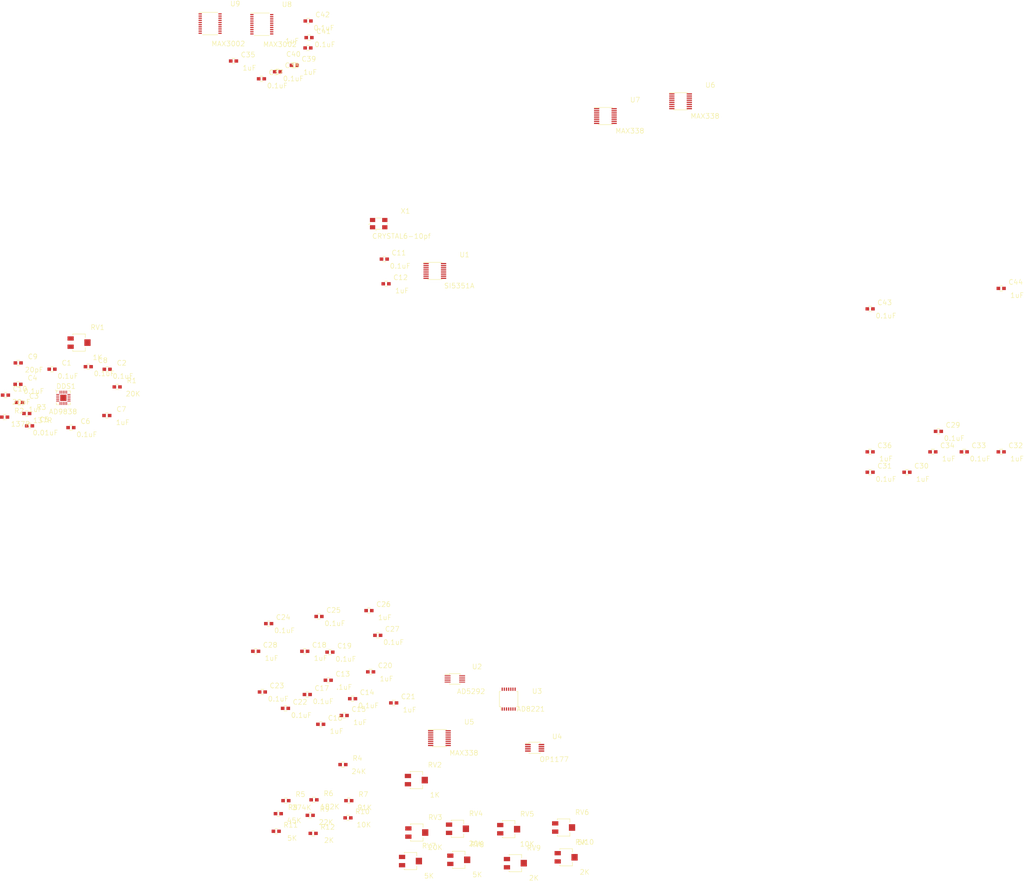
<source format=kicad_pcb>
(kicad_pcb (version 3) (host pcbnew "(2013-mar-13)-testing")

  (general
    (links 138)
    (no_connects 138)
    (area 0 0 0 0)
    (thickness 1.6)
    (drawings 0)
    (tracks 0)
    (zones 0)
    (modules 77)
    (nets 117)
  )

  (page A3)
  (layers
    (15 F.Cu signal)
    (0 B.Cu signal)
    (16 B.Adhes user)
    (17 F.Adhes user)
    (18 B.Paste user)
    (19 F.Paste user)
    (20 B.SilkS user)
    (21 F.SilkS user)
    (22 B.Mask user)
    (23 F.Mask user)
    (24 Dwgs.User user)
    (25 Cmts.User user)
    (26 Eco1.User user)
    (27 Eco2.User user)
    (28 Edge.Cuts user)
  )

  (setup
    (last_trace_width 0.254)
    (trace_clearance 0.254)
    (zone_clearance 0.508)
    (zone_45_only no)
    (trace_min 0.254)
    (segment_width 0.2)
    (edge_width 0.15)
    (via_size 0.889)
    (via_drill 0.635)
    (via_min_size 0.889)
    (via_min_drill 0.508)
    (uvia_size 0.508)
    (uvia_drill 0.127)
    (uvias_allowed no)
    (uvia_min_size 0.508)
    (uvia_min_drill 0.127)
    (pcb_text_width 0.3)
    (pcb_text_size 1.5 1.5)
    (mod_edge_width 0.15)
    (mod_text_size 1.5 1.5)
    (mod_text_width 0.15)
    (pad_size 1.4 1.4)
    (pad_drill 0.6)
    (pad_to_mask_clearance 0.2)
    (aux_axis_origin 0 0)
    (visible_elements FFFFFFBF)
    (pcbplotparams
      (layerselection 3178497)
      (usegerberextensions true)
      (excludeedgelayer true)
      (linewidth 0.150000)
      (plotframeref false)
      (viasonmask false)
      (mode 1)
      (useauxorigin false)
      (hpglpennumber 1)
      (hpglpenspeed 20)
      (hpglpendiameter 15)
      (hpglpenoverlay 2)
      (psnegative false)
      (psa4output false)
      (plotreference true)
      (plotvalue true)
      (plotothertext true)
      (plotinvisibletext false)
      (padsonsilk false)
      (subtractmaskfromsilk false)
      (outputformat 1)
      (mirror false)
      (drillshape 1)
      (scaleselection 1)
      (outputdirectory ""))
  )

  (net 0 "")
  (net 1 /Clock/CLK_TWI0)
  (net 2 /Clock/CLK_TWI1)
  (net 3 /CurrentSource/GAIN_BUS0)
  (net 4 /CurrentSource/GAIN_BUS1)
  (net 5 /CurrentSource/IOUT)
  (net 6 /CurrentSource/RNG_0)
  (net 7 /CurrentSource/RNG_1)
  (net 8 /CurrentSource/RNG_2)
  (net 9 /CurrentSource/RNG_3)
  (net 10 /DDS/CLK_IN)
  (net 11 /DDS/DDS_BUS0)
  (net 12 /DDS/DDS_BUS1)
  (net 13 /DDS/DDS_BUS2)
  (net 14 /DDS/DDS_BUS3)
  (net 15 /DDS/DDS_BUS4)
  (net 16 /DDS/DDS_BUS5)
  (net 17 /DDS/DDS_BUS6)
  (net 18 /DDS/VOut)
  (net 19 /DDS/VOut-)
  (net 20 /LogicTranslators/IN_MUX0)
  (net 21 /LogicTranslators/IN_MUX1)
  (net 22 /LogicTranslators/IN_MUX2)
  (net 23 /LogicTranslators/IN_MUX3)
  (net 24 /LogicTranslators/OUT_MUX0)
  (net 25 /LogicTranslators/OUT_MUX1)
  (net 26 /LogicTranslators/OUT_MUX2)
  (net 27 /LogicTranslators/OUT_MUX3)
  (net 28 /LogicTranslators/UCOUT0)
  (net 29 /LogicTranslators/UCOUT1)
  (net 30 /LogicTranslators/UCOUT10)
  (net 31 /LogicTranslators/UCOUT11)
  (net 32 /LogicTranslators/UCOUT12)
  (net 33 /LogicTranslators/UCOUT13)
  (net 34 /LogicTranslators/UCOUT14)
  (net 35 /LogicTranslators/UCOUT2)
  (net 36 /LogicTranslators/UCOUT3)
  (net 37 /LogicTranslators/UCOUT4)
  (net 38 /LogicTranslators/UCOUT5)
  (net 39 /LogicTranslators/UCOUT6)
  (net 40 /LogicTranslators/UCOUT7)
  (net 41 /LogicTranslators/UCOUT8)
  (net 42 /LogicTranslators/UCOUT9)
  (net 43 /MUXC0)
  (net 44 /MUXC1)
  (net 45 /MUXC2)
  (net 46 /MUXC3)
  (net 47 /MUXC4)
  (net 48 /MUXCOM0)
  (net 49 /MUXCOM1)
  (net 50 /MUXCOM2)
  (net 51 /MUXD0)
  (net 52 /MUXD1)
  (net 53 /MUXD2)
  (net 54 /MUXD3)
  (net 55 /MUXD4)
  (net 56 /OutputMultiplexer/MUXA0)
  (net 57 /OutputMultiplexer/MUXA1)
  (net 58 /OutputMultiplexer/MUXA2)
  (net 59 /OutputMultiplexer/MUXA3)
  (net 60 /OutputMultiplexer/MUXA4)
  (net 61 /OutputMultiplexer/MUXA5)
  (net 62 /OutputMultiplexer/MUXA6)
  (net 63 /OutputMultiplexer/MUXA7)
  (net 64 /OutputMultiplexer/MUXB0)
  (net 65 /OutputMultiplexer/MUXB1)
  (net 66 /OutputMultiplexer/MUXB2)
  (net 67 /OutputMultiplexer/MUXB3)
  (net 68 /OutputMultiplexer/MUXB4)
  (net 69 /OutputMultiplexer/MUXB5)
  (net 70 /OutputMultiplexer/MUXB6)
  (net 71 /OutputMultiplexer/MUXB7)
  (net 72 AGND)
  (net 73 AVDD)
  (net 74 AVDD_3V3)
  (net 75 AVSS)
  (net 76 DVDD_2V5)
  (net 77 N-0000034)
  (net 78 N-0000035)
  (net 79 N-0000036)
  (net 80 N-0000037)
  (net 81 N-0000038)
  (net 82 N-0000039)
  (net 83 N-0000045)
  (net 84 N-0000046)
  (net 85 N-0000047)
  (net 86 N-0000048)
  (net 87 N-0000049)
  (net 88 N-0000050)
  (net 89 N-0000051)
  (net 90 N-0000052)
  (net 91 N-0000053)
  (net 92 N-0000054)
  (net 93 N-0000055)
  (net 94 N-0000056)
  (net 95 N-0000057)
  (net 96 N-0000058)
  (net 97 N-0000059)
  (net 98 N-0000060)
  (net 99 N-0000061)
  (net 100 N-0000062)
  (net 101 N-0000063)
  (net 102 N-0000065)
  (net 103 N-0000066)
  (net 104 N-0000067)
  (net 105 N-0000068)
  (net 106 N-0000069)
  (net 107 N-0000070)
  (net 108 N-0000071)
  (net 109 N-0000072)
  (net 110 N-0000073)
  (net 111 N-0000074)
  (net 112 N-0000075)
  (net 113 N-0000076)
  (net 114 N-0000077)
  (net 115 N-0000078)
  (net 116 N-0000079)

  (net_class Default "This is the default net class."
    (clearance 0.254)
    (trace_width 0.254)
    (via_dia 0.889)
    (via_drill 0.635)
    (uvia_dia 0.508)
    (uvia_drill 0.127)
    (add_net "")
    (add_net /Clock/CLK_TWI0)
    (add_net /Clock/CLK_TWI1)
    (add_net /CurrentSource/GAIN_BUS0)
    (add_net /CurrentSource/GAIN_BUS1)
    (add_net /CurrentSource/IOUT)
    (add_net /CurrentSource/RNG_0)
    (add_net /CurrentSource/RNG_1)
    (add_net /CurrentSource/RNG_2)
    (add_net /CurrentSource/RNG_3)
    (add_net /DDS/CLK_IN)
    (add_net /DDS/DDS_BUS0)
    (add_net /DDS/DDS_BUS1)
    (add_net /DDS/DDS_BUS2)
    (add_net /DDS/DDS_BUS3)
    (add_net /DDS/DDS_BUS4)
    (add_net /DDS/DDS_BUS5)
    (add_net /DDS/DDS_BUS6)
    (add_net /DDS/VOut)
    (add_net /DDS/VOut-)
    (add_net /LogicTranslators/IN_MUX0)
    (add_net /LogicTranslators/IN_MUX1)
    (add_net /LogicTranslators/IN_MUX2)
    (add_net /LogicTranslators/IN_MUX3)
    (add_net /LogicTranslators/OUT_MUX0)
    (add_net /LogicTranslators/OUT_MUX1)
    (add_net /LogicTranslators/OUT_MUX2)
    (add_net /LogicTranslators/OUT_MUX3)
    (add_net /LogicTranslators/UCOUT0)
    (add_net /LogicTranslators/UCOUT1)
    (add_net /LogicTranslators/UCOUT10)
    (add_net /LogicTranslators/UCOUT11)
    (add_net /LogicTranslators/UCOUT12)
    (add_net /LogicTranslators/UCOUT13)
    (add_net /LogicTranslators/UCOUT14)
    (add_net /LogicTranslators/UCOUT2)
    (add_net /LogicTranslators/UCOUT3)
    (add_net /LogicTranslators/UCOUT4)
    (add_net /LogicTranslators/UCOUT5)
    (add_net /LogicTranslators/UCOUT6)
    (add_net /LogicTranslators/UCOUT7)
    (add_net /LogicTranslators/UCOUT8)
    (add_net /LogicTranslators/UCOUT9)
    (add_net /MUXC0)
    (add_net /MUXC1)
    (add_net /MUXC2)
    (add_net /MUXC3)
    (add_net /MUXC4)
    (add_net /MUXCOM0)
    (add_net /MUXCOM1)
    (add_net /MUXCOM2)
    (add_net /MUXD0)
    (add_net /MUXD1)
    (add_net /MUXD2)
    (add_net /MUXD3)
    (add_net /MUXD4)
    (add_net /OutputMultiplexer/MUXA0)
    (add_net /OutputMultiplexer/MUXA1)
    (add_net /OutputMultiplexer/MUXA2)
    (add_net /OutputMultiplexer/MUXA3)
    (add_net /OutputMultiplexer/MUXA4)
    (add_net /OutputMultiplexer/MUXA5)
    (add_net /OutputMultiplexer/MUXA6)
    (add_net /OutputMultiplexer/MUXA7)
    (add_net /OutputMultiplexer/MUXB0)
    (add_net /OutputMultiplexer/MUXB1)
    (add_net /OutputMultiplexer/MUXB2)
    (add_net /OutputMultiplexer/MUXB3)
    (add_net /OutputMultiplexer/MUXB4)
    (add_net /OutputMultiplexer/MUXB5)
    (add_net /OutputMultiplexer/MUXB6)
    (add_net /OutputMultiplexer/MUXB7)
    (add_net AGND)
    (add_net AVDD)
    (add_net AVDD_3V3)
    (add_net AVSS)
    (add_net DVDD_2V5)
    (add_net N-0000034)
    (add_net N-0000035)
    (add_net N-0000036)
    (add_net N-0000037)
    (add_net N-0000038)
    (add_net N-0000039)
    (add_net N-0000045)
    (add_net N-0000046)
    (add_net N-0000047)
    (add_net N-0000048)
    (add_net N-0000049)
    (add_net N-0000050)
    (add_net N-0000051)
    (add_net N-0000052)
    (add_net N-0000053)
    (add_net N-0000054)
    (add_net N-0000055)
    (add_net N-0000056)
    (add_net N-0000057)
    (add_net N-0000058)
    (add_net N-0000059)
    (add_net N-0000060)
    (add_net N-0000061)
    (add_net N-0000062)
    (add_net N-0000063)
    (add_net N-0000065)
    (add_net N-0000066)
    (add_net N-0000067)
    (add_net N-0000068)
    (add_net N-0000069)
    (add_net N-0000070)
    (add_net N-0000071)
    (add_net N-0000072)
    (add_net N-0000073)
    (add_net N-0000074)
    (add_net N-0000075)
    (add_net N-0000076)
    (add_net N-0000077)
    (add_net N-0000078)
    (add_net N-0000079)
  )

  (module 0603 (layer F.Cu) (tedit 53114A8A) (tstamp 53193BE6)
    (at 105.2322 126.3142)
    (path /531670E3/53166354)
    (attr smd)
    (fp_text reference C1 (at 4.4 -1.9) (layer F.SilkS)
      (effects (font (size 1.5 1.5) (thickness 0.15)))
    )
    (fp_text value 0.1uF (at 4.8 2.1) (layer F.SilkS)
      (effects (font (size 1.5 1.5) (thickness 0.15)))
    )
    (fp_line (start -0.5 0.8) (end 0.5 0.8) (layer F.SilkS) (width 0.15))
    (fp_line (start -0.5 -0.8) (end 0.5 -0.8) (layer F.SilkS) (width 0.15))
    (pad 1 smd rect (at -0.85 0) (size 1.1 1)
      (layers F.Cu F.Paste F.Mask)
      (net 74 AVDD_3V3)
    )
    (pad 2 smd rect (at 0.85 0) (size 1.1 1)
      (layers F.Cu F.Paste F.Mask)
      (net 72 AGND)
    )
  )

  (module 0603 (layer F.Cu) (tedit 53114A8A) (tstamp 53193BEE)
    (at 121.92 126.3396)
    (path /531670E3/531663CA)
    (attr smd)
    (fp_text reference C2 (at 4.4 -1.9) (layer F.SilkS)
      (effects (font (size 1.5 1.5) (thickness 0.15)))
    )
    (fp_text value 0.1uF (at 4.8 2.1) (layer F.SilkS)
      (effects (font (size 1.5 1.5) (thickness 0.15)))
    )
    (fp_line (start -0.5 0.8) (end 0.5 0.8) (layer F.SilkS) (width 0.15))
    (fp_line (start -0.5 -0.8) (end 0.5 -0.8) (layer F.SilkS) (width 0.15))
    (pad 1 smd rect (at -0.85 0) (size 1.1 1)
      (layers F.Cu F.Paste F.Mask)
      (net 85 N-0000047)
    )
    (pad 2 smd rect (at 0.85 0) (size 1.1 1)
      (layers F.Cu F.Paste F.Mask)
      (net 72 AGND)
    )
  )

  (module 0603 (layer F.Cu) (tedit 53114A8A) (tstamp 53193BF6)
    (at 95.377 136.3726)
    (path /531670E3/5316634E)
    (attr smd)
    (fp_text reference C3 (at 4.4 -1.9) (layer F.SilkS)
      (effects (font (size 1.5 1.5) (thickness 0.15)))
    )
    (fp_text value 1uF (at 4.8 2.1) (layer F.SilkS)
      (effects (font (size 1.5 1.5) (thickness 0.15)))
    )
    (fp_line (start -0.5 0.8) (end 0.5 0.8) (layer F.SilkS) (width 0.15))
    (fp_line (start -0.5 -0.8) (end 0.5 -0.8) (layer F.SilkS) (width 0.15))
    (pad 1 smd rect (at -0.85 0) (size 1.1 1)
      (layers F.Cu F.Paste F.Mask)
      (net 72 AGND)
    )
    (pad 2 smd rect (at 0.85 0) (size 1.1 1)
      (layers F.Cu F.Paste F.Mask)
      (net 74 AVDD_3V3)
    )
  )

  (module 0603 (layer F.Cu) (tedit 53114A8A) (tstamp 53193BFE)
    (at 94.9198 130.8862)
    (path /531670E3/53166348)
    (attr smd)
    (fp_text reference C4 (at 4.4 -1.9) (layer F.SilkS)
      (effects (font (size 1.5 1.5) (thickness 0.15)))
    )
    (fp_text value 0.1uF (at 4.8 2.1) (layer F.SilkS)
      (effects (font (size 1.5 1.5) (thickness 0.15)))
    )
    (fp_line (start -0.5 0.8) (end 0.5 0.8) (layer F.SilkS) (width 0.15))
    (fp_line (start -0.5 -0.8) (end 0.5 -0.8) (layer F.SilkS) (width 0.15))
    (pad 1 smd rect (at -0.85 0) (size 1.1 1)
      (layers F.Cu F.Paste F.Mask)
      (net 72 AGND)
    )
    (pad 2 smd rect (at 0.85 0) (size 1.1 1)
      (layers F.Cu F.Paste F.Mask)
      (net 86 N-0000048)
    )
  )

  (module 0603 (layer F.Cu) (tedit 53114A8A) (tstamp 53193C06)
    (at 98.425 143.4592)
    (path /531670E3/53166360)
    (attr smd)
    (fp_text reference C5 (at 4.4 -1.9) (layer F.SilkS)
      (effects (font (size 1.5 1.5) (thickness 0.15)))
    )
    (fp_text value 0.01uF (at 4.8 2.1) (layer F.SilkS)
      (effects (font (size 1.5 1.5) (thickness 0.15)))
    )
    (fp_line (start -0.5 0.8) (end 0.5 0.8) (layer F.SilkS) (width 0.15))
    (fp_line (start -0.5 -0.8) (end 0.5 -0.8) (layer F.SilkS) (width 0.15))
    (pad 1 smd rect (at -0.85 0) (size 1.1 1)
      (layers F.Cu F.Paste F.Mask)
      (net 87 N-0000049)
    )
    (pad 2 smd rect (at 0.85 0) (size 1.1 1)
      (layers F.Cu F.Paste F.Mask)
      (net 74 AVDD_3V3)
    )
  )

  (module 0603 (layer F.Cu) (tedit 53114A8A) (tstamp 53193C0E)
    (at 110.9472 143.9926)
    (path /531670E3/53166378)
    (attr smd)
    (fp_text reference C6 (at 4.4 -1.9) (layer F.SilkS)
      (effects (font (size 1.5 1.5) (thickness 0.15)))
    )
    (fp_text value 0.1uF (at 4.8 2.1) (layer F.SilkS)
      (effects (font (size 1.5 1.5) (thickness 0.15)))
    )
    (fp_line (start -0.5 0.8) (end 0.5 0.8) (layer F.SilkS) (width 0.15))
    (fp_line (start -0.5 -0.8) (end 0.5 -0.8) (layer F.SilkS) (width 0.15))
    (pad 1 smd rect (at -0.85 0) (size 1.1 1)
      (layers F.Cu F.Paste F.Mask)
      (net 72 AGND)
    )
    (pad 2 smd rect (at 0.85 0) (size 1.1 1)
      (layers F.Cu F.Paste F.Mask)
      (net 74 AVDD_3V3)
    )
  )

  (module 0603 (layer F.Cu) (tedit 53114A8A) (tstamp 53193C16)
    (at 121.8184 140.335)
    (path /531670E3/53166372)
    (attr smd)
    (fp_text reference C7 (at 4.4 -1.9) (layer F.SilkS)
      (effects (font (size 1.5 1.5) (thickness 0.15)))
    )
    (fp_text value 1uF (at 4.8 2.1) (layer F.SilkS)
      (effects (font (size 1.5 1.5) (thickness 0.15)))
    )
    (fp_line (start -0.5 0.8) (end 0.5 0.8) (layer F.SilkS) (width 0.15))
    (fp_line (start -0.5 -0.8) (end 0.5 -0.8) (layer F.SilkS) (width 0.15))
    (pad 1 smd rect (at -0.85 0) (size 1.1 1)
      (layers F.Cu F.Paste F.Mask)
      (net 72 AGND)
    )
    (pad 2 smd rect (at 0.85 0) (size 1.1 1)
      (layers F.Cu F.Paste F.Mask)
      (net 74 AVDD_3V3)
    )
  )

  (module 0603 (layer F.Cu) (tedit 53114A8A) (tstamp 53193C1E)
    (at 116.205 125.5522)
    (path /531670E3/531663BF)
    (attr smd)
    (fp_text reference C8 (at 4.4 -1.9) (layer F.SilkS)
      (effects (font (size 1.5 1.5) (thickness 0.15)))
    )
    (fp_text value 0.1uF (at 4.8 2.1) (layer F.SilkS)
      (effects (font (size 1.5 1.5) (thickness 0.15)))
    )
    (fp_line (start -0.5 0.8) (end 0.5 0.8) (layer F.SilkS) (width 0.15))
    (fp_line (start -0.5 -0.8) (end 0.5 -0.8) (layer F.SilkS) (width 0.15))
    (pad 1 smd rect (at -0.85 0) (size 1.1 1)
      (layers F.Cu F.Paste F.Mask)
      (net 72 AGND)
    )
    (pad 2 smd rect (at 0.85 0) (size 1.1 1)
      (layers F.Cu F.Paste F.Mask)
      (net 88 N-0000050)
    )
  )

  (module 0603 (layer F.Cu) (tedit 53114A8A) (tstamp 53193C26)
    (at 94.996 124.4092)
    (path /531670E3/53166A22)
    (attr smd)
    (fp_text reference C9 (at 4.4 -1.9) (layer F.SilkS)
      (effects (font (size 1.5 1.5) (thickness 0.15)))
    )
    (fp_text value 20pF (at 4.8 2.1) (layer F.SilkS)
      (effects (font (size 1.5 1.5) (thickness 0.15)))
    )
    (fp_line (start -0.5 0.8) (end 0.5 0.8) (layer F.SilkS) (width 0.15))
    (fp_line (start -0.5 -0.8) (end 0.5 -0.8) (layer F.SilkS) (width 0.15))
    (pad 1 smd rect (at -0.85 0) (size 1.1 1)
      (layers F.Cu F.Paste F.Mask)
      (net 18 /DDS/VOut)
    )
    (pad 2 smd rect (at 0.85 0) (size 1.1 1)
      (layers F.Cu F.Paste F.Mask)
      (net 72 AGND)
    )
  )

  (module 0603 (layer F.Cu) (tedit 53114A8A) (tstamp 53193C2E)
    (at 91.1352 134.1628)
    (path /531670E3/53166A3C)
    (attr smd)
    (fp_text reference C10 (at 4.4 -1.9) (layer F.SilkS)
      (effects (font (size 1.5 1.5) (thickness 0.15)))
    )
    (fp_text value 20pF (at 4.8 2.1) (layer F.SilkS)
      (effects (font (size 1.5 1.5) (thickness 0.15)))
    )
    (fp_line (start -0.5 0.8) (end 0.5 0.8) (layer F.SilkS) (width 0.15))
    (fp_line (start -0.5 -0.8) (end 0.5 -0.8) (layer F.SilkS) (width 0.15))
    (pad 1 smd rect (at -0.85 0) (size 1.1 1)
      (layers F.Cu F.Paste F.Mask)
      (net 19 /DDS/VOut-)
    )
    (pad 2 smd rect (at 0.85 0) (size 1.1 1)
      (layers F.Cu F.Paste F.Mask)
      (net 72 AGND)
    )
  )

  (module 0603 (layer F.Cu) (tedit 53114A8A) (tstamp 53193C36)
    (at 205.8162 92.9894)
    (path /5316C57F/5316C6A0)
    (attr smd)
    (fp_text reference C11 (at 4.4 -1.9) (layer F.SilkS)
      (effects (font (size 1.5 1.5) (thickness 0.15)))
    )
    (fp_text value 0.1uF (at 4.8 2.1) (layer F.SilkS)
      (effects (font (size 1.5 1.5) (thickness 0.15)))
    )
    (fp_line (start -0.5 0.8) (end 0.5 0.8) (layer F.SilkS) (width 0.15))
    (fp_line (start -0.5 -0.8) (end 0.5 -0.8) (layer F.SilkS) (width 0.15))
    (pad 1 smd rect (at -0.85 0) (size 1.1 1)
      (layers F.Cu F.Paste F.Mask)
      (net 74 AVDD_3V3)
    )
    (pad 2 smd rect (at 0.85 0) (size 1.1 1)
      (layers F.Cu F.Paste F.Mask)
      (net 72 AGND)
    )
  )

  (module 0603 (layer F.Cu) (tedit 53114A8A) (tstamp 53193C3E)
    (at 206.3496 100.457)
    (path /5316C57F/5316C69A)
    (attr smd)
    (fp_text reference C12 (at 4.4 -1.9) (layer F.SilkS)
      (effects (font (size 1.5 1.5) (thickness 0.15)))
    )
    (fp_text value 1uF (at 4.8 2.1) (layer F.SilkS)
      (effects (font (size 1.5 1.5) (thickness 0.15)))
    )
    (fp_line (start -0.5 0.8) (end 0.5 0.8) (layer F.SilkS) (width 0.15))
    (fp_line (start -0.5 -0.8) (end 0.5 -0.8) (layer F.SilkS) (width 0.15))
    (pad 1 smd rect (at -0.85 0) (size 1.1 1)
      (layers F.Cu F.Paste F.Mask)
      (net 74 AVDD_3V3)
    )
    (pad 2 smd rect (at 0.85 0) (size 1.1 1)
      (layers F.Cu F.Paste F.Mask)
      (net 72 AGND)
    )
  )

  (module 0603 (layer F.Cu) (tedit 53114A8A) (tstamp 53193C46)
    (at 188.849 220.472)
    (path /531699F6/5316EBB7)
    (attr smd)
    (fp_text reference C13 (at 4.4 -1.9) (layer F.SilkS)
      (effects (font (size 1.5 1.5) (thickness 0.15)))
    )
    (fp_text value .1uF (at 4.8 2.1) (layer F.SilkS)
      (effects (font (size 1.5 1.5) (thickness 0.15)))
    )
    (fp_line (start -0.5 0.8) (end 0.5 0.8) (layer F.SilkS) (width 0.15))
    (fp_line (start -0.5 -0.8) (end 0.5 -0.8) (layer F.SilkS) (width 0.15))
    (pad 1 smd rect (at -0.85 0) (size 1.1 1)
      (layers F.Cu F.Paste F.Mask)
      (net 102 N-0000065)
    )
    (pad 2 smd rect (at 0.85 0) (size 1.1 1)
      (layers F.Cu F.Paste F.Mask)
      (net 72 AGND)
    )
  )

  (module 0603 (layer F.Cu) (tedit 53114A8A) (tstamp 53193C4E)
    (at 196.215 226.06)
    (path /531699F6/5316EBCF)
    (attr smd)
    (fp_text reference C14 (at 4.4 -1.9) (layer F.SilkS)
      (effects (font (size 1.5 1.5) (thickness 0.15)))
    )
    (fp_text value 0.1uF (at 4.8 2.1) (layer F.SilkS)
      (effects (font (size 1.5 1.5) (thickness 0.15)))
    )
    (fp_line (start -0.5 0.8) (end 0.5 0.8) (layer F.SilkS) (width 0.15))
    (fp_line (start -0.5 -0.8) (end 0.5 -0.8) (layer F.SilkS) (width 0.15))
    (pad 1 smd rect (at -0.85 0) (size 1.1 1)
      (layers F.Cu F.Paste F.Mask)
      (net 75 AVSS)
    )
    (pad 2 smd rect (at 0.85 0) (size 1.1 1)
      (layers F.Cu F.Paste F.Mask)
      (net 72 AGND)
    )
  )

  (module 0603 (layer F.Cu) (tedit 53114A8A) (tstamp 53193C56)
    (at 193.675 231.14)
    (path /531699F6/5316EBD5)
    (attr smd)
    (fp_text reference C15 (at 4.4 -1.9) (layer F.SilkS)
      (effects (font (size 1.5 1.5) (thickness 0.15)))
    )
    (fp_text value 1uF (at 4.8 2.1) (layer F.SilkS)
      (effects (font (size 1.5 1.5) (thickness 0.15)))
    )
    (fp_line (start -0.5 0.8) (end 0.5 0.8) (layer F.SilkS) (width 0.15))
    (fp_line (start -0.5 -0.8) (end 0.5 -0.8) (layer F.SilkS) (width 0.15))
    (pad 1 smd rect (at -0.85 0) (size 1.1 1)
      (layers F.Cu F.Paste F.Mask)
      (net 75 AVSS)
    )
    (pad 2 smd rect (at 0.85 0) (size 1.1 1)
      (layers F.Cu F.Paste F.Mask)
      (net 72 AGND)
    )
  )

  (module 0603 (layer F.Cu) (tedit 53114A8A) (tstamp 53193C5E)
    (at 186.563 233.807)
    (path /531699F6/5316EBBD)
    (attr smd)
    (fp_text reference C16 (at 4.4 -1.9) (layer F.SilkS)
      (effects (font (size 1.5 1.5) (thickness 0.15)))
    )
    (fp_text value 1uF (at 4.8 2.1) (layer F.SilkS)
      (effects (font (size 1.5 1.5) (thickness 0.15)))
    )
    (fp_line (start -0.5 0.8) (end 0.5 0.8) (layer F.SilkS) (width 0.15))
    (fp_line (start -0.5 -0.8) (end 0.5 -0.8) (layer F.SilkS) (width 0.15))
    (pad 1 smd rect (at -0.85 0) (size 1.1 1)
      (layers F.Cu F.Paste F.Mask)
      (net 74 AVDD_3V3)
    )
    (pad 2 smd rect (at 0.85 0) (size 1.1 1)
      (layers F.Cu F.Paste F.Mask)
      (net 72 AGND)
    )
  )

  (module 0603 (layer F.Cu) (tedit 53114A8A) (tstamp 53193C66)
    (at 182.499 224.79)
    (path /531699F6/5316EBE7)
    (attr smd)
    (fp_text reference C17 (at 4.4 -1.9) (layer F.SilkS)
      (effects (font (size 1.5 1.5) (thickness 0.15)))
    )
    (fp_text value 0.1uF (at 4.8 2.1) (layer F.SilkS)
      (effects (font (size 1.5 1.5) (thickness 0.15)))
    )
    (fp_line (start -0.5 0.8) (end 0.5 0.8) (layer F.SilkS) (width 0.15))
    (fp_line (start -0.5 -0.8) (end 0.5 -0.8) (layer F.SilkS) (width 0.15))
    (pad 1 smd rect (at -0.85 0) (size 1.1 1)
      (layers F.Cu F.Paste F.Mask)
      (net 73 AVDD)
    )
    (pad 2 smd rect (at 0.85 0) (size 1.1 1)
      (layers F.Cu F.Paste F.Mask)
      (net 72 AGND)
    )
  )

  (module 0603 (layer F.Cu) (tedit 53114A8A) (tstamp 53193C6E)
    (at 181.737 211.709)
    (path /531699F6/5316EBED)
    (attr smd)
    (fp_text reference C18 (at 4.4 -1.9) (layer F.SilkS)
      (effects (font (size 1.5 1.5) (thickness 0.15)))
    )
    (fp_text value 1uF (at 4.8 2.1) (layer F.SilkS)
      (effects (font (size 1.5 1.5) (thickness 0.15)))
    )
    (fp_line (start -0.5 0.8) (end 0.5 0.8) (layer F.SilkS) (width 0.15))
    (fp_line (start -0.5 -0.8) (end 0.5 -0.8) (layer F.SilkS) (width 0.15))
    (pad 1 smd rect (at -0.85 0) (size 1.1 1)
      (layers F.Cu F.Paste F.Mask)
      (net 73 AVDD)
    )
    (pad 2 smd rect (at 0.85 0) (size 1.1 1)
      (layers F.Cu F.Paste F.Mask)
      (net 72 AGND)
    )
  )

  (module 0603 (layer F.Cu) (tedit 53114A8A) (tstamp 53193C76)
    (at 189.357 211.963)
    (path /531699F6/53169202)
    (attr smd)
    (fp_text reference C19 (at 4.4 -1.9) (layer F.SilkS)
      (effects (font (size 1.5 1.5) (thickness 0.15)))
    )
    (fp_text value 0.1uF (at 4.8 2.1) (layer F.SilkS)
      (effects (font (size 1.5 1.5) (thickness 0.15)))
    )
    (fp_line (start -0.5 0.8) (end 0.5 0.8) (layer F.SilkS) (width 0.15))
    (fp_line (start -0.5 -0.8) (end 0.5 -0.8) (layer F.SilkS) (width 0.15))
    (pad 1 smd rect (at -0.85 0) (size 1.1 1)
      (layers F.Cu F.Paste F.Mask)
      (net 73 AVDD)
    )
    (pad 2 smd rect (at 0.85 0) (size 1.1 1)
      (layers F.Cu F.Paste F.Mask)
      (net 72 AGND)
    )
  )

  (module 0603 (layer F.Cu) (tedit 53114A8A) (tstamp 53193C7E)
    (at 201.676 217.932)
    (path /531699F6/531691FC)
    (attr smd)
    (fp_text reference C20 (at 4.4 -1.9) (layer F.SilkS)
      (effects (font (size 1.5 1.5) (thickness 0.15)))
    )
    (fp_text value 1uF (at 4.8 2.1) (layer F.SilkS)
      (effects (font (size 1.5 1.5) (thickness 0.15)))
    )
    (fp_line (start -0.5 0.8) (end 0.5 0.8) (layer F.SilkS) (width 0.15))
    (fp_line (start -0.5 -0.8) (end 0.5 -0.8) (layer F.SilkS) (width 0.15))
    (pad 1 smd rect (at -0.85 0) (size 1.1 1)
      (layers F.Cu F.Paste F.Mask)
      (net 73 AVDD)
    )
    (pad 2 smd rect (at 0.85 0) (size 1.1 1)
      (layers F.Cu F.Paste F.Mask)
      (net 72 AGND)
    )
  )

  (module 0603 (layer F.Cu) (tedit 53114A8A) (tstamp 53193C86)
    (at 208.661 227.33)
    (path /531699F6/5316921A)
    (attr smd)
    (fp_text reference C21 (at 4.4 -1.9) (layer F.SilkS)
      (effects (font (size 1.5 1.5) (thickness 0.15)))
    )
    (fp_text value 1uF (at 4.8 2.1) (layer F.SilkS)
      (effects (font (size 1.5 1.5) (thickness 0.15)))
    )
    (fp_line (start -0.5 0.8) (end 0.5 0.8) (layer F.SilkS) (width 0.15))
    (fp_line (start -0.5 -0.8) (end 0.5 -0.8) (layer F.SilkS) (width 0.15))
    (pad 1 smd rect (at -0.85 0) (size 1.1 1)
      (layers F.Cu F.Paste F.Mask)
      (net 75 AVSS)
    )
    (pad 2 smd rect (at 0.85 0) (size 1.1 1)
      (layers F.Cu F.Paste F.Mask)
      (net 72 AGND)
    )
  )

  (module 0603 (layer F.Cu) (tedit 53114A8A) (tstamp 53193C8E)
    (at 175.895 228.981)
    (path /531699F6/53169214)
    (attr smd)
    (fp_text reference C22 (at 4.4 -1.9) (layer F.SilkS)
      (effects (font (size 1.5 1.5) (thickness 0.15)))
    )
    (fp_text value 0.1uF (at 4.8 2.1) (layer F.SilkS)
      (effects (font (size 1.5 1.5) (thickness 0.15)))
    )
    (fp_line (start -0.5 0.8) (end 0.5 0.8) (layer F.SilkS) (width 0.15))
    (fp_line (start -0.5 -0.8) (end 0.5 -0.8) (layer F.SilkS) (width 0.15))
    (pad 1 smd rect (at -0.85 0) (size 1.1 1)
      (layers F.Cu F.Paste F.Mask)
      (net 75 AVSS)
    )
    (pad 2 smd rect (at 0.85 0) (size 1.1 1)
      (layers F.Cu F.Paste F.Mask)
      (net 72 AGND)
    )
  )

  (module 0603 (layer F.Cu) (tedit 53114A8A) (tstamp 53193C96)
    (at 168.91 224.028)
    (path /531699F6/531691D8)
    (attr smd)
    (fp_text reference C23 (at 4.4 -1.9) (layer F.SilkS)
      (effects (font (size 1.5 1.5) (thickness 0.15)))
    )
    (fp_text value 0.1uF (at 4.8 2.1) (layer F.SilkS)
      (effects (font (size 1.5 1.5) (thickness 0.15)))
    )
    (fp_line (start -0.5 0.8) (end 0.5 0.8) (layer F.SilkS) (width 0.15))
    (fp_line (start -0.5 -0.8) (end 0.5 -0.8) (layer F.SilkS) (width 0.15))
    (pad 1 smd rect (at -0.85 0) (size 1.1 1)
      (layers F.Cu F.Paste F.Mask)
      (net 73 AVDD)
    )
    (pad 2 smd rect (at 0.85 0) (size 1.1 1)
      (layers F.Cu F.Paste F.Mask)
      (net 72 AGND)
    )
  )

  (module 0603 (layer F.Cu) (tedit 53114A8A) (tstamp 53193C9E)
    (at 170.815 203.327)
    (path /531699F6/531691CC)
    (attr smd)
    (fp_text reference C24 (at 4.4 -1.9) (layer F.SilkS)
      (effects (font (size 1.5 1.5) (thickness 0.15)))
    )
    (fp_text value 0.1uF (at 4.8 2.1) (layer F.SilkS)
      (effects (font (size 1.5 1.5) (thickness 0.15)))
    )
    (fp_line (start -0.5 0.8) (end 0.5 0.8) (layer F.SilkS) (width 0.15))
    (fp_line (start -0.5 -0.8) (end 0.5 -0.8) (layer F.SilkS) (width 0.15))
    (pad 1 smd rect (at -0.85 0) (size 1.1 1)
      (layers F.Cu F.Paste F.Mask)
      (net 75 AVSS)
    )
    (pad 2 smd rect (at 0.85 0) (size 1.1 1)
      (layers F.Cu F.Paste F.Mask)
      (net 72 AGND)
    )
  )

  (module 0603 (layer F.Cu) (tedit 53114A8A) (tstamp 53193CA6)
    (at 186.055 201.168)
    (path /531699F6/5316DC8A)
    (attr smd)
    (fp_text reference C25 (at 4.4 -1.9) (layer F.SilkS)
      (effects (font (size 1.5 1.5) (thickness 0.15)))
    )
    (fp_text value 0.1uF (at 4.8 2.1) (layer F.SilkS)
      (effects (font (size 1.5 1.5) (thickness 0.15)))
    )
    (fp_line (start -0.5 0.8) (end 0.5 0.8) (layer F.SilkS) (width 0.15))
    (fp_line (start -0.5 -0.8) (end 0.5 -0.8) (layer F.SilkS) (width 0.15))
    (pad 1 smd rect (at -0.85 0) (size 1.1 1)
      (layers F.Cu F.Paste F.Mask)
      (net 73 AVDD)
    )
    (pad 2 smd rect (at 0.85 0) (size 1.1 1)
      (layers F.Cu F.Paste F.Mask)
      (net 72 AGND)
    )
  )

  (module 0603 (layer F.Cu) (tedit 53114A8A) (tstamp 53193CAE)
    (at 201.168 199.39)
    (path /531699F6/5316DC84)
    (attr smd)
    (fp_text reference C26 (at 4.4 -1.9) (layer F.SilkS)
      (effects (font (size 1.5 1.5) (thickness 0.15)))
    )
    (fp_text value 1uF (at 4.8 2.1) (layer F.SilkS)
      (effects (font (size 1.5 1.5) (thickness 0.15)))
    )
    (fp_line (start -0.5 0.8) (end 0.5 0.8) (layer F.SilkS) (width 0.15))
    (fp_line (start -0.5 -0.8) (end 0.5 -0.8) (layer F.SilkS) (width 0.15))
    (pad 1 smd rect (at -0.85 0) (size 1.1 1)
      (layers F.Cu F.Paste F.Mask)
      (net 73 AVDD)
    )
    (pad 2 smd rect (at 0.85 0) (size 1.1 1)
      (layers F.Cu F.Paste F.Mask)
      (net 72 AGND)
    )
  )

  (module 0603 (layer F.Cu) (tedit 53114A8A) (tstamp 53193CB6)
    (at 203.835 206.883)
    (path /531699F6/5316DCA2)
    (attr smd)
    (fp_text reference C27 (at 4.4 -1.9) (layer F.SilkS)
      (effects (font (size 1.5 1.5) (thickness 0.15)))
    )
    (fp_text value 0.1uF (at 4.8 2.1) (layer F.SilkS)
      (effects (font (size 1.5 1.5) (thickness 0.15)))
    )
    (fp_line (start -0.5 0.8) (end 0.5 0.8) (layer F.SilkS) (width 0.15))
    (fp_line (start -0.5 -0.8) (end 0.5 -0.8) (layer F.SilkS) (width 0.15))
    (pad 1 smd rect (at -0.85 0) (size 1.1 1)
      (layers F.Cu F.Paste F.Mask)
      (net 75 AVSS)
    )
    (pad 2 smd rect (at 0.85 0) (size 1.1 1)
      (layers F.Cu F.Paste F.Mask)
      (net 72 AGND)
    )
  )

  (module 0603 (layer F.Cu) (tedit 53114A8A) (tstamp 53193CBE)
    (at 166.878 211.709)
    (path /531699F6/5316DC9C)
    (attr smd)
    (fp_text reference C28 (at 4.4 -1.9) (layer F.SilkS)
      (effects (font (size 1.5 1.5) (thickness 0.15)))
    )
    (fp_text value 1uF (at 4.8 2.1) (layer F.SilkS)
      (effects (font (size 1.5 1.5) (thickness 0.15)))
    )
    (fp_line (start -0.5 0.8) (end 0.5 0.8) (layer F.SilkS) (width 0.15))
    (fp_line (start -0.5 -0.8) (end 0.5 -0.8) (layer F.SilkS) (width 0.15))
    (pad 1 smd rect (at -0.85 0) (size 1.1 1)
      (layers F.Cu F.Paste F.Mask)
      (net 75 AVSS)
    )
    (pad 2 smd rect (at 0.85 0) (size 1.1 1)
      (layers F.Cu F.Paste F.Mask)
      (net 72 AGND)
    )
  )

  (module 0603 (layer F.Cu) (tedit 53114A8A) (tstamp 53193CC6)
    (at 373.5578 145.1356)
    (path /531703E6/5317119C)
    (attr smd)
    (fp_text reference C29 (at 4.4 -1.9) (layer F.SilkS)
      (effects (font (size 1.5 1.5) (thickness 0.15)))
    )
    (fp_text value 0.1uF (at 4.8 2.1) (layer F.SilkS)
      (effects (font (size 1.5 1.5) (thickness 0.15)))
    )
    (fp_line (start -0.5 0.8) (end 0.5 0.8) (layer F.SilkS) (width 0.15))
    (fp_line (start -0.5 -0.8) (end 0.5 -0.8) (layer F.SilkS) (width 0.15))
    (pad 1 smd rect (at -0.85 0) (size 1.1 1)
      (layers F.Cu F.Paste F.Mask)
      (net 73 AVDD)
    )
    (pad 2 smd rect (at 0.85 0) (size 1.1 1)
      (layers F.Cu F.Paste F.Mask)
      (net 72 AGND)
    )
  )

  (module 0603 (layer F.Cu) (tedit 53114A8A) (tstamp 53193CCE)
    (at 364.0328 157.5054)
    (path /531703E6/53171196)
    (attr smd)
    (fp_text reference C30 (at 4.4 -1.9) (layer F.SilkS)
      (effects (font (size 1.5 1.5) (thickness 0.15)))
    )
    (fp_text value 1uF (at 4.8 2.1) (layer F.SilkS)
      (effects (font (size 1.5 1.5) (thickness 0.15)))
    )
    (fp_line (start -0.5 0.8) (end 0.5 0.8) (layer F.SilkS) (width 0.15))
    (fp_line (start -0.5 -0.8) (end 0.5 -0.8) (layer F.SilkS) (width 0.15))
    (pad 1 smd rect (at -0.85 0) (size 1.1 1)
      (layers F.Cu F.Paste F.Mask)
      (net 73 AVDD)
    )
    (pad 2 smd rect (at 0.85 0) (size 1.1 1)
      (layers F.Cu F.Paste F.Mask)
      (net 72 AGND)
    )
  )

  (module 0603 (layer F.Cu) (tedit 53114A8A) (tstamp 53193CD6)
    (at 352.8822 157.5054)
    (path /531703E6/531711B4)
    (attr smd)
    (fp_text reference C31 (at 4.4 -1.9) (layer F.SilkS)
      (effects (font (size 1.5 1.5) (thickness 0.15)))
    )
    (fp_text value 0.1uF (at 4.8 2.1) (layer F.SilkS)
      (effects (font (size 1.5 1.5) (thickness 0.15)))
    )
    (fp_line (start -0.5 0.8) (end 0.5 0.8) (layer F.SilkS) (width 0.15))
    (fp_line (start -0.5 -0.8) (end 0.5 -0.8) (layer F.SilkS) (width 0.15))
    (pad 1 smd rect (at -0.85 0) (size 1.1 1)
      (layers F.Cu F.Paste F.Mask)
      (net 75 AVSS)
    )
    (pad 2 smd rect (at 0.85 0) (size 1.1 1)
      (layers F.Cu F.Paste F.Mask)
      (net 72 AGND)
    )
  )

  (module 0603 (layer F.Cu) (tedit 53114A8A) (tstamp 53193CDE)
    (at 392.557 151.3332)
    (path /531703E6/531711AE)
    (attr smd)
    (fp_text reference C32 (at 4.4 -1.9) (layer F.SilkS)
      (effects (font (size 1.5 1.5) (thickness 0.15)))
    )
    (fp_text value 1uF (at 4.8 2.1) (layer F.SilkS)
      (effects (font (size 1.5 1.5) (thickness 0.15)))
    )
    (fp_line (start -0.5 0.8) (end 0.5 0.8) (layer F.SilkS) (width 0.15))
    (fp_line (start -0.5 -0.8) (end 0.5 -0.8) (layer F.SilkS) (width 0.15))
    (pad 1 smd rect (at -0.85 0) (size 1.1 1)
      (layers F.Cu F.Paste F.Mask)
      (net 75 AVSS)
    )
    (pad 2 smd rect (at 0.85 0) (size 1.1 1)
      (layers F.Cu F.Paste F.Mask)
      (net 72 AGND)
    )
  )

  (module 0603 (layer F.Cu) (tedit 53114A8A) (tstamp 53193CE6)
    (at 381.381 151.3332)
    (path /531703E6/53170CDD)
    (attr smd)
    (fp_text reference C33 (at 4.4 -1.9) (layer F.SilkS)
      (effects (font (size 1.5 1.5) (thickness 0.15)))
    )
    (fp_text value 0.1uF (at 4.8 2.1) (layer F.SilkS)
      (effects (font (size 1.5 1.5) (thickness 0.15)))
    )
    (fp_line (start -0.5 0.8) (end 0.5 0.8) (layer F.SilkS) (width 0.15))
    (fp_line (start -0.5 -0.8) (end 0.5 -0.8) (layer F.SilkS) (width 0.15))
    (pad 1 smd rect (at -0.85 0) (size 1.1 1)
      (layers F.Cu F.Paste F.Mask)
      (net 73 AVDD)
    )
    (pad 2 smd rect (at 0.85 0) (size 1.1 1)
      (layers F.Cu F.Paste F.Mask)
      (net 72 AGND)
    )
  )

  (module 0603 (layer F.Cu) (tedit 53114A8A) (tstamp 53193CEE)
    (at 371.8814 151.3332)
    (path /531703E6/53170CE3)
    (attr smd)
    (fp_text reference C34 (at 4.4 -1.9) (layer F.SilkS)
      (effects (font (size 1.5 1.5) (thickness 0.15)))
    )
    (fp_text value 1uF (at 4.8 2.1) (layer F.SilkS)
      (effects (font (size 1.5 1.5) (thickness 0.15)))
    )
    (fp_line (start -0.5 0.8) (end 0.5 0.8) (layer F.SilkS) (width 0.15))
    (fp_line (start -0.5 -0.8) (end 0.5 -0.8) (layer F.SilkS) (width 0.15))
    (pad 1 smd rect (at -0.85 0) (size 1.1 1)
      (layers F.Cu F.Paste F.Mask)
      (net 73 AVDD)
    )
    (pad 2 smd rect (at 0.85 0) (size 1.1 1)
      (layers F.Cu F.Paste F.Mask)
      (net 72 AGND)
    )
  )

  (module 0603 (layer F.Cu) (tedit 53114A8A) (tstamp 53193CF6)
    (at 160.1724 33.02)
    (path /5217B634/523C1EB9)
    (attr smd)
    (fp_text reference C35 (at 4.4 -1.9) (layer F.SilkS)
      (effects (font (size 1.5 1.5) (thickness 0.15)))
    )
    (fp_text value 1uF (at 4.8 2.1) (layer F.SilkS)
      (effects (font (size 1.5 1.5) (thickness 0.15)))
    )
    (fp_line (start -0.5 0.8) (end 0.5 0.8) (layer F.SilkS) (width 0.15))
    (fp_line (start -0.5 -0.8) (end 0.5 -0.8) (layer F.SilkS) (width 0.15))
    (pad 1 smd rect (at -0.85 0) (size 1.1 1)
      (layers F.Cu F.Paste F.Mask)
      (net 76 DVDD_2V5)
    )
    (pad 2 smd rect (at 0.85 0) (size 1.1 1)
      (layers F.Cu F.Paste F.Mask)
      (net 72 AGND)
    )
  )

  (module 0603 (layer F.Cu) (tedit 53114A8A) (tstamp 53193CFE)
    (at 352.8822 151.3332)
    (path /5217B634/5245D93F)
    (attr smd)
    (fp_text reference C36 (at 4.4 -1.9) (layer F.SilkS)
      (effects (font (size 1.5 1.5) (thickness 0.15)))
    )
    (fp_text value 1uF (at 4.8 2.1) (layer F.SilkS)
      (effects (font (size 1.5 1.5) (thickness 0.15)))
    )
    (fp_line (start -0.5 0.8) (end 0.5 0.8) (layer F.SilkS) (width 0.15))
    (fp_line (start -0.5 -0.8) (end 0.5 -0.8) (layer F.SilkS) (width 0.15))
    (pad 1 smd rect (at -0.85 0) (size 1.1 1)
      (layers F.Cu F.Paste F.Mask)
      (net 76 DVDD_2V5)
    )
    (pad 2 smd rect (at 0.85 0) (size 1.1 1)
      (layers F.Cu F.Paste F.Mask)
      (net 72 AGND)
    )
  )

  (module 0603 (layer F.Cu) (tedit 53114A8A) (tstamp 53193D06)
    (at 168.6306 38.4048)
    (path /5217B634/523C1EB8)
    (attr smd)
    (fp_text reference C37 (at 4.4 -1.9) (layer F.SilkS)
      (effects (font (size 1.5 1.5) (thickness 0.15)))
    )
    (fp_text value 0.1uF (at 4.8 2.1) (layer F.SilkS)
      (effects (font (size 1.5 1.5) (thickness 0.15)))
    )
    (fp_line (start -0.5 0.8) (end 0.5 0.8) (layer F.SilkS) (width 0.15))
    (fp_line (start -0.5 -0.8) (end 0.5 -0.8) (layer F.SilkS) (width 0.15))
    (pad 1 smd rect (at -0.85 0) (size 1.1 1)
      (layers F.Cu F.Paste F.Mask)
      (net 76 DVDD_2V5)
    )
    (pad 2 smd rect (at 0.85 0) (size 1.1 1)
      (layers F.Cu F.Paste F.Mask)
      (net 72 AGND)
    )
  )

  (module 0603 (layer F.Cu) (tedit 53114A8A) (tstamp 53193D0E)
    (at 173.482 36.2712)
    (path /5217B634/5245D940)
    (attr smd)
    (fp_text reference C38 (at 4.4 -1.9) (layer F.SilkS)
      (effects (font (size 1.5 1.5) (thickness 0.15)))
    )
    (fp_text value 0.1uF (at 4.8 2.1) (layer F.SilkS)
      (effects (font (size 1.5 1.5) (thickness 0.15)))
    )
    (fp_line (start -0.5 0.8) (end 0.5 0.8) (layer F.SilkS) (width 0.15))
    (fp_line (start -0.5 -0.8) (end 0.5 -0.8) (layer F.SilkS) (width 0.15))
    (pad 1 smd rect (at -0.85 0) (size 1.1 1)
      (layers F.Cu F.Paste F.Mask)
      (net 76 DVDD_2V5)
    )
    (pad 2 smd rect (at 0.85 0) (size 1.1 1)
      (layers F.Cu F.Paste F.Mask)
      (net 72 AGND)
    )
  )

  (module 0603 (layer F.Cu) (tedit 53114A8A) (tstamp 53193D16)
    (at 178.562 34.3154)
    (path /5217B634/523C1EBB)
    (attr smd)
    (fp_text reference C39 (at 4.4 -1.9) (layer F.SilkS)
      (effects (font (size 1.5 1.5) (thickness 0.15)))
    )
    (fp_text value 1uF (at 4.8 2.1) (layer F.SilkS)
      (effects (font (size 1.5 1.5) (thickness 0.15)))
    )
    (fp_line (start -0.5 0.8) (end 0.5 0.8) (layer F.SilkS) (width 0.15))
    (fp_line (start -0.5 -0.8) (end 0.5 -0.8) (layer F.SilkS) (width 0.15))
    (pad 1 smd rect (at -0.85 0) (size 1.1 1)
      (layers F.Cu F.Paste F.Mask)
      (net 74 AVDD_3V3)
    )
    (pad 2 smd rect (at 0.85 0) (size 1.1 1)
      (layers F.Cu F.Paste F.Mask)
      (net 72 AGND)
    )
  )

  (module 0603 (layer F.Cu) (tedit 53114A8A) (tstamp 53193D1E)
    (at 182.7022 29.0576 180)
    (path /5217B634/5245D93D)
    (attr smd)
    (fp_text reference C40 (at 4.4 -1.9 180) (layer F.SilkS)
      (effects (font (size 1.5 1.5) (thickness 0.15)))
    )
    (fp_text value 1uF (at 4.8 2.1 180) (layer F.SilkS)
      (effects (font (size 1.5 1.5) (thickness 0.15)))
    )
    (fp_line (start -0.5 0.8) (end 0.5 0.8) (layer F.SilkS) (width 0.15))
    (fp_line (start -0.5 -0.8) (end 0.5 -0.8) (layer F.SilkS) (width 0.15))
    (pad 1 smd rect (at -0.85 0 180) (size 1.1 1)
      (layers F.Cu F.Paste F.Mask)
      (net 74 AVDD_3V3)
    )
    (pad 2 smd rect (at 0.85 0 180) (size 1.1 1)
      (layers F.Cu F.Paste F.Mask)
      (net 72 AGND)
    )
  )

  (module 0603 (layer F.Cu) (tedit 53114A8A) (tstamp 53193D26)
    (at 183.0324 25.9334)
    (path /5217B634/523C1EBA)
    (attr smd)
    (fp_text reference C41 (at 4.4 -1.9) (layer F.SilkS)
      (effects (font (size 1.5 1.5) (thickness 0.15)))
    )
    (fp_text value 0.1uF (at 4.8 2.1) (layer F.SilkS)
      (effects (font (size 1.5 1.5) (thickness 0.15)))
    )
    (fp_line (start -0.5 0.8) (end 0.5 0.8) (layer F.SilkS) (width 0.15))
    (fp_line (start -0.5 -0.8) (end 0.5 -0.8) (layer F.SilkS) (width 0.15))
    (pad 1 smd rect (at -0.85 0) (size 1.1 1)
      (layers F.Cu F.Paste F.Mask)
      (net 74 AVDD_3V3)
    )
    (pad 2 smd rect (at 0.85 0) (size 1.1 1)
      (layers F.Cu F.Paste F.Mask)
      (net 72 AGND)
    )
  )

  (module 0603 (layer F.Cu) (tedit 53114A8A) (tstamp 53193D2E)
    (at 182.753 20.9042)
    (path /5217B634/5245D93E)
    (attr smd)
    (fp_text reference C42 (at 4.4 -1.9) (layer F.SilkS)
      (effects (font (size 1.5 1.5) (thickness 0.15)))
    )
    (fp_text value 0.1uF (at 4.8 2.1) (layer F.SilkS)
      (effects (font (size 1.5 1.5) (thickness 0.15)))
    )
    (fp_line (start -0.5 0.8) (end 0.5 0.8) (layer F.SilkS) (width 0.15))
    (fp_line (start -0.5 -0.8) (end 0.5 -0.8) (layer F.SilkS) (width 0.15))
    (pad 1 smd rect (at -0.85 0) (size 1.1 1)
      (layers F.Cu F.Paste F.Mask)
      (net 74 AVDD_3V3)
    )
    (pad 2 smd rect (at 0.85 0) (size 1.1 1)
      (layers F.Cu F.Paste F.Mask)
      (net 72 AGND)
    )
  )

  (module 0603 (layer F.Cu) (tedit 53114A8A) (tstamp 53193D36)
    (at 352.8822 108.0516)
    (path /531703E6/53170CC5)
    (attr smd)
    (fp_text reference C43 (at 4.4 -1.9) (layer F.SilkS)
      (effects (font (size 1.5 1.5) (thickness 0.15)))
    )
    (fp_text value 0.1uF (at 4.8 2.1) (layer F.SilkS)
      (effects (font (size 1.5 1.5) (thickness 0.15)))
    )
    (fp_line (start -0.5 0.8) (end 0.5 0.8) (layer F.SilkS) (width 0.15))
    (fp_line (start -0.5 -0.8) (end 0.5 -0.8) (layer F.SilkS) (width 0.15))
    (pad 1 smd rect (at -0.85 0) (size 1.1 1)
      (layers F.Cu F.Paste F.Mask)
      (net 75 AVSS)
    )
    (pad 2 smd rect (at 0.85 0) (size 1.1 1)
      (layers F.Cu F.Paste F.Mask)
      (net 72 AGND)
    )
  )

  (module 0603 (layer F.Cu) (tedit 53114A8A) (tstamp 53193D3E)
    (at 392.557 101.854)
    (path /531703E6/53170CCB)
    (attr smd)
    (fp_text reference C44 (at 4.4 -1.9) (layer F.SilkS)
      (effects (font (size 1.5 1.5) (thickness 0.15)))
    )
    (fp_text value 1uF (at 4.8 2.1) (layer F.SilkS)
      (effects (font (size 1.5 1.5) (thickness 0.15)))
    )
    (fp_line (start -0.5 0.8) (end 0.5 0.8) (layer F.SilkS) (width 0.15))
    (fp_line (start -0.5 -0.8) (end 0.5 -0.8) (layer F.SilkS) (width 0.15))
    (pad 1 smd rect (at -0.85 0) (size 1.1 1)
      (layers F.Cu F.Paste F.Mask)
      (net 75 AVSS)
    )
    (pad 2 smd rect (at 0.85 0) (size 1.1 1)
      (layers F.Cu F.Paste F.Mask)
      (net 72 AGND)
    )
  )

  (module LFCSP20_WQ (layer F.Cu) (tedit 53112267) (tstamp 53193D60)
    (at 108.6612 134.9756)
    (path /531670E3/53166398)
    (attr smd)
    (fp_text reference DDS1 (at 0.8 -3.5) (layer F.SilkS)
      (effects (font (size 1.5 1.5) (thickness 0.15)))
    )
    (fp_text value AD9838 (at -0.1 4.2) (layer F.SilkS)
      (effects (font (size 1.5 1.5) (thickness 0.15)))
    )
    (fp_line (start -2.1 -2.1) (end -2.4 -2.4) (layer F.SilkS) (width 0.15))
    (fp_line (start -1.4 -2.1) (end -2.1 -2.1) (layer F.SilkS) (width 0.15))
    (fp_line (start -2.1 -2.1) (end -2.1 -1.4) (layer F.SilkS) (width 0.15))
    (fp_line (start -1.4 2.1) (end -2.1 2.1) (layer F.SilkS) (width 0.15))
    (fp_line (start -2.1 2.1) (end -2.1 1.4) (layer F.SilkS) (width 0.15))
    (fp_line (start 2.1 1.4) (end 2.1 2.1) (layer F.SilkS) (width 0.15))
    (fp_line (start 2.1 2.1) (end 1.4 2.1) (layer F.SilkS) (width 0.15))
    (fp_line (start 2.1 -1.4) (end 2.1 -2.1) (layer F.SilkS) (width 0.15))
    (fp_line (start 2.1 -2.1) (end 1.4 -2.1) (layer F.SilkS) (width 0.15))
    (pad 9 smd oval (at 0.5 2.2 180) (size 0.25 1) (drill (offset 0 0.5))
      (layers F.Cu F.Paste F.Mask)
      (net 17 /DDS/DDS_BUS6)
      (clearance 0.1)
    )
    (pad 8 smd oval (at 0 2.2 180) (size 0.25 1) (drill (offset 0 0.5))
      (layers F.Cu F.Paste F.Mask)
      (net 16 /DDS/DDS_BUS5)
      (clearance 0.1)
    )
    (pad 6 smd oval (at -1 2.2 180) (size 0.25 1) (drill (offset 0 0.5))
      (layers F.Cu F.Paste F.Mask)
      (net 14 /DDS/DDS_BUS3)
      (clearance 0.1)
    )
    (pad 7 smd oval (at -0.5 2.2 180) (size 0.25 1) (drill (offset 0 0.5))
      (layers F.Cu F.Paste F.Mask)
      (net 15 /DDS/DDS_BUS4)
      (clearance 0.1)
    )
    (pad 10 smd oval (at 1 2.2 180) (size 0.25 1) (drill (offset 0 0.5))
      (layers F.Cu F.Paste F.Mask)
      (net 11 /DDS/DDS_BUS0)
      (clearance 0.1)
    )
    (pad 20 smd oval (at -1 -2.2) (size 0.25 1) (drill (offset 0 0.5))
      (layers F.Cu F.Paste F.Mask)
      (net 87 N-0000049)
      (clearance 0.1)
    )
    (pad 17 smd oval (at 0.5 -2.2) (size 0.25 1) (drill (offset 0 0.5))
      (layers F.Cu F.Paste F.Mask)
      (net 19 /DDS/VOut-)
      (clearance 0.1)
    )
    (pad 16 smd oval (at 1 -2.2) (size 0.25 1) (drill (offset 0 0.5))
      (layers F.Cu F.Paste F.Mask)
      (net 18 /DDS/VOut)
      (clearance 0.1)
    )
    (pad 18 smd oval (at 0 -2.2) (size 0.25 1) (drill (offset 0 0.5))
      (layers F.Cu F.Paste F.Mask)
      (net 88 N-0000050)
      (clearance 0.1)
    )
    (pad 19 smd oval (at -0.5 -2.2) (size 0.25 1) (drill (offset 0 0.5))
      (layers F.Cu F.Paste F.Mask)
      (net 85 N-0000047)
      (clearance 0.1)
    )
    (pad 14 smd oval (at 2.2 -0.5 270) (size 0.25 1) (drill (offset 0 0.5))
      (layers F.Cu F.Paste F.Mask)
      (net 84 N-0000046)
      (clearance 0.1)
    )
    (pad 13 smd oval (at 2.2 0 270) (size 0.25 1) (drill (offset 0 0.5))
      (layers F.Cu F.Paste F.Mask)
      (net 83 N-0000045)
      (clearance 0.1)
    )
    (pad 11 smd oval (at 2.2 1 270) (size 0.25 1) (drill (offset 0 0.5))
      (layers F.Cu F.Paste F.Mask)
      (net 12 /DDS/DDS_BUS1)
      (clearance 0.1)
    )
    (pad 12 smd oval (at 2.2 0.5 270) (size 0.25 1) (drill (offset 0 0.5))
      (layers F.Cu F.Paste F.Mask)
      (net 13 /DDS/DDS_BUS2)
      (clearance 0.1)
    )
    (pad 15 smd oval (at 2.2 -1 270) (size 0.25 1) (drill (offset 0 0.5))
      (layers F.Cu F.Paste F.Mask)
      (net 72 AGND)
      (clearance 0.1)
    )
    (pad 5 smd oval (at -2.2 1 90) (size 0.25 1) (drill (offset 0 0.5))
      (layers F.Cu F.Paste F.Mask)
      (net 10 /DDS/CLK_IN)
      (clearance 0.1)
    )
    (pad 2 smd oval (at -2.2 -0.5 90) (size 0.25 1) (drill (offset 0 0.5))
      (layers F.Cu F.Paste F.Mask)
      (net 74 AVDD_3V3)
      (clearance 0.1)
    )
    (pad 1 smd oval (at -2.2 -1 90) (size 0.25 1) (drill (offset 0 0.5))
      (layers F.Cu F.Paste F.Mask)
      (net 74 AVDD_3V3)
      (clearance 0.1)
    )
    (pad 3 smd oval (at -2.2 0 90) (size 0.25 1) (drill (offset 0 0.5))
      (layers F.Cu F.Paste F.Mask)
      (net 86 N-0000048)
      (clearance 0.1)
    )
    (pad 4 smd oval (at -2.2 0.5 90) (size 0.25 1) (drill (offset 0 0.5))
      (layers F.Cu F.Paste F.Mask)
      (net 72 AGND)
      (clearance 0.1)
    )
    (pad EP smd rect (at 0 0 180) (size 1.9 1.9)
      (layers F.Cu F.Paste F.Mask)
      (clearance 0.1)
    )
  )

  (module 0603 (layer F.Cu) (tedit 53114A8A) (tstamp 53193D68)
    (at 124.9426 131.6736)
    (path /531670E3/531663A9)
    (attr smd)
    (fp_text reference R1 (at 4.4 -1.9) (layer F.SilkS)
      (effects (font (size 1.5 1.5) (thickness 0.15)))
    )
    (fp_text value 20K (at 4.8 2.1) (layer F.SilkS)
      (effects (font (size 1.5 1.5) (thickness 0.15)))
    )
    (fp_line (start -0.5 0.8) (end 0.5 0.8) (layer F.SilkS) (width 0.15))
    (fp_line (start -0.5 -0.8) (end 0.5 -0.8) (layer F.SilkS) (width 0.15))
    (pad 1 smd rect (at -0.85 0) (size 1.1 1)
      (layers F.Cu F.Paste F.Mask)
      (net 88 N-0000050)
    )
    (pad 2 smd rect (at 0.85 0) (size 1.1 1)
      (layers F.Cu F.Paste F.Mask)
      (net 89 N-0000051)
    )
  )

  (module 0603 (layer F.Cu) (tedit 53114A8A) (tstamp 53193D70)
    (at 90.8812 140.8176)
    (path /531670E3/53166A2E)
    (attr smd)
    (fp_text reference R2 (at 4.4 -1.9) (layer F.SilkS)
      (effects (font (size 1.5 1.5) (thickness 0.15)))
    )
    (fp_text value 137R (at 4.8 2.1) (layer F.SilkS)
      (effects (font (size 1.5 1.5) (thickness 0.15)))
    )
    (fp_line (start -0.5 0.8) (end 0.5 0.8) (layer F.SilkS) (width 0.15))
    (fp_line (start -0.5 -0.8) (end 0.5 -0.8) (layer F.SilkS) (width 0.15))
    (pad 1 smd rect (at -0.85 0) (size 1.1 1)
      (layers F.Cu F.Paste F.Mask)
      (net 72 AGND)
    )
    (pad 2 smd rect (at 0.85 0) (size 1.1 1)
      (layers F.Cu F.Paste F.Mask)
      (net 18 /DDS/VOut)
    )
  )

  (module 0603 (layer F.Cu) (tedit 53114A8A) (tstamp 53193D78)
    (at 97.5868 139.7254)
    (path /531670E3/53166A48)
    (attr smd)
    (fp_text reference R3 (at 4.4 -1.9) (layer F.SilkS)
      (effects (font (size 1.5 1.5) (thickness 0.15)))
    )
    (fp_text value 137R (at 4.8 2.1) (layer F.SilkS)
      (effects (font (size 1.5 1.5) (thickness 0.15)))
    )
    (fp_line (start -0.5 0.8) (end 0.5 0.8) (layer F.SilkS) (width 0.15))
    (fp_line (start -0.5 -0.8) (end 0.5 -0.8) (layer F.SilkS) (width 0.15))
    (pad 1 smd rect (at -0.85 0) (size 1.1 1)
      (layers F.Cu F.Paste F.Mask)
      (net 72 AGND)
    )
    (pad 2 smd rect (at 0.85 0) (size 1.1 1)
      (layers F.Cu F.Paste F.Mask)
      (net 19 /DDS/VOut-)
    )
  )

  (module 0603 (layer F.Cu) (tedit 53114A8A) (tstamp 53193D80)
    (at 193.294 245.999)
    (path /531699F6/531692C7)
    (attr smd)
    (fp_text reference R4 (at 4.4 -1.9) (layer F.SilkS)
      (effects (font (size 1.5 1.5) (thickness 0.15)))
    )
    (fp_text value 24K (at 4.8 2.1) (layer F.SilkS)
      (effects (font (size 1.5 1.5) (thickness 0.15)))
    )
    (fp_line (start -0.5 0.8) (end 0.5 0.8) (layer F.SilkS) (width 0.15))
    (fp_line (start -0.5 -0.8) (end 0.5 -0.8) (layer F.SilkS) (width 0.15))
    (pad 1 smd rect (at -0.85 0) (size 1.1 1)
      (layers F.Cu F.Paste F.Mask)
      (net 95 N-0000057)
    )
    (pad 2 smd rect (at 0.85 0) (size 1.1 1)
      (layers F.Cu F.Paste F.Mask)
      (net 105 N-0000068)
    )
  )

  (module 0603 (layer F.Cu) (tedit 53114A8A) (tstamp 53193D88)
    (at 176.022 256.921)
    (path /531699F6/5316927A)
    (attr smd)
    (fp_text reference R5 (at 4.4 -1.9) (layer F.SilkS)
      (effects (font (size 1.5 1.5) (thickness 0.15)))
    )
    (fp_text value 374K (at 4.8 2.1) (layer F.SilkS)
      (effects (font (size 1.5 1.5) (thickness 0.15)))
    )
    (fp_line (start -0.5 0.8) (end 0.5 0.8) (layer F.SilkS) (width 0.15))
    (fp_line (start -0.5 -0.8) (end 0.5 -0.8) (layer F.SilkS) (width 0.15))
    (pad 1 smd rect (at -0.85 0) (size 1.1 1)
      (layers F.Cu F.Paste F.Mask)
      (net 111 N-0000074)
    )
    (pad 2 smd rect (at 0.85 0) (size 1.1 1)
      (layers F.Cu F.Paste F.Mask)
      (net 90 N-0000052)
    )
  )

  (module 0603 (layer F.Cu) (tedit 53114A8A) (tstamp 53193D90)
    (at 184.531 256.667)
    (path /531699F6/53169274)
    (attr smd)
    (fp_text reference R6 (at 4.4 -1.9) (layer F.SilkS)
      (effects (font (size 1.5 1.5) (thickness 0.15)))
    )
    (fp_text value 182K (at 4.8 2.1) (layer F.SilkS)
      (effects (font (size 1.5 1.5) (thickness 0.15)))
    )
    (fp_line (start -0.5 0.8) (end 0.5 0.8) (layer F.SilkS) (width 0.15))
    (fp_line (start -0.5 -0.8) (end 0.5 -0.8) (layer F.SilkS) (width 0.15))
    (pad 1 smd rect (at -0.85 0) (size 1.1 1)
      (layers F.Cu F.Paste F.Mask)
      (net 110 N-0000073)
    )
    (pad 2 smd rect (at 0.85 0) (size 1.1 1)
      (layers F.Cu F.Paste F.Mask)
      (net 101 N-0000063)
    )
  )

  (module 0603 (layer F.Cu) (tedit 53114A8A) (tstamp 53193D98)
    (at 195.072 256.921)
    (path /531699F6/5316926E)
    (attr smd)
    (fp_text reference R7 (at 4.4 -1.9) (layer F.SilkS)
      (effects (font (size 1.5 1.5) (thickness 0.15)))
    )
    (fp_text value 91K (at 4.8 2.1) (layer F.SilkS)
      (effects (font (size 1.5 1.5) (thickness 0.15)))
    )
    (fp_line (start -0.5 0.8) (end 0.5 0.8) (layer F.SilkS) (width 0.15))
    (fp_line (start -0.5 -0.8) (end 0.5 -0.8) (layer F.SilkS) (width 0.15))
    (pad 1 smd rect (at -0.85 0) (size 1.1 1)
      (layers F.Cu F.Paste F.Mask)
      (net 109 N-0000072)
    )
    (pad 2 smd rect (at 0.85 0) (size 1.1 1)
      (layers F.Cu F.Paste F.Mask)
      (net 100 N-0000062)
    )
  )

  (module 0603 (layer F.Cu) (tedit 53114A8A) (tstamp 53193DA0)
    (at 173.736 260.858)
    (path /531699F6/53169268)
    (attr smd)
    (fp_text reference R8 (at 4.4 -1.9) (layer F.SilkS)
      (effects (font (size 1.5 1.5) (thickness 0.15)))
    )
    (fp_text value 45K (at 4.8 2.1) (layer F.SilkS)
      (effects (font (size 1.5 1.5) (thickness 0.15)))
    )
    (fp_line (start -0.5 0.8) (end 0.5 0.8) (layer F.SilkS) (width 0.15))
    (fp_line (start -0.5 -0.8) (end 0.5 -0.8) (layer F.SilkS) (width 0.15))
    (pad 1 smd rect (at -0.85 0) (size 1.1 1)
      (layers F.Cu F.Paste F.Mask)
      (net 108 N-0000071)
    )
    (pad 2 smd rect (at 0.85 0) (size 1.1 1)
      (layers F.Cu F.Paste F.Mask)
      (net 99 N-0000061)
    )
  )

  (module 0603 (layer F.Cu) (tedit 53114A8A) (tstamp 53193DA8)
    (at 183.388 261.366)
    (path /531699F6/5316923E)
    (attr smd)
    (fp_text reference R9 (at 4.4 -1.9) (layer F.SilkS)
      (effects (font (size 1.5 1.5) (thickness 0.15)))
    )
    (fp_text value 22K (at 4.8 2.1) (layer F.SilkS)
      (effects (font (size 1.5 1.5) (thickness 0.15)))
    )
    (fp_line (start -0.5 0.8) (end 0.5 0.8) (layer F.SilkS) (width 0.15))
    (fp_line (start -0.5 -0.8) (end 0.5 -0.8) (layer F.SilkS) (width 0.15))
    (pad 1 smd rect (at -0.85 0) (size 1.1 1)
      (layers F.Cu F.Paste F.Mask)
      (net 96 N-0000058)
    )
    (pad 2 smd rect (at 0.85 0) (size 1.1 1)
      (layers F.Cu F.Paste F.Mask)
      (net 93 N-0000055)
    )
  )

  (module 0603 (layer F.Cu) (tedit 53114A8A) (tstamp 53193DB0)
    (at 194.818 262.128)
    (path /531699F6/53169238)
    (attr smd)
    (fp_text reference R10 (at 4.4 -1.9) (layer F.SilkS)
      (effects (font (size 1.5 1.5) (thickness 0.15)))
    )
    (fp_text value 10K (at 4.8 2.1) (layer F.SilkS)
      (effects (font (size 1.5 1.5) (thickness 0.15)))
    )
    (fp_line (start -0.5 0.8) (end 0.5 0.8) (layer F.SilkS) (width 0.15))
    (fp_line (start -0.5 -0.8) (end 0.5 -0.8) (layer F.SilkS) (width 0.15))
    (pad 1 smd rect (at -0.85 0) (size 1.1 1)
      (layers F.Cu F.Paste F.Mask)
      (net 97 N-0000059)
    )
    (pad 2 smd rect (at 0.85 0) (size 1.1 1)
      (layers F.Cu F.Paste F.Mask)
      (net 92 N-0000054)
    )
  )

  (module 0603 (layer F.Cu) (tedit 53114A8A) (tstamp 53193DB8)
    (at 173.101 266.192)
    (path /531699F6/53169232)
    (attr smd)
    (fp_text reference R11 (at 4.4 -1.9) (layer F.SilkS)
      (effects (font (size 1.5 1.5) (thickness 0.15)))
    )
    (fp_text value 5K (at 4.8 2.1) (layer F.SilkS)
      (effects (font (size 1.5 1.5) (thickness 0.15)))
    )
    (fp_line (start -0.5 0.8) (end 0.5 0.8) (layer F.SilkS) (width 0.15))
    (fp_line (start -0.5 -0.8) (end 0.5 -0.8) (layer F.SilkS) (width 0.15))
    (pad 1 smd rect (at -0.85 0) (size 1.1 1)
      (layers F.Cu F.Paste F.Mask)
      (net 98 N-0000060)
    )
    (pad 2 smd rect (at 0.85 0) (size 1.1 1)
      (layers F.Cu F.Paste F.Mask)
      (net 91 N-0000053)
    )
  )

  (module 0603 (layer F.Cu) (tedit 53114A8A) (tstamp 53193DC0)
    (at 184.277 266.827)
    (path /531699F6/5316922C)
    (attr smd)
    (fp_text reference R12 (at 4.4 -1.9) (layer F.SilkS)
      (effects (font (size 1.5 1.5) (thickness 0.15)))
    )
    (fp_text value 2K (at 4.8 2.1) (layer F.SilkS)
      (effects (font (size 1.5 1.5) (thickness 0.15)))
    )
    (fp_line (start -0.5 0.8) (end 0.5 0.8) (layer F.SilkS) (width 0.15))
    (fp_line (start -0.5 -0.8) (end 0.5 -0.8) (layer F.SilkS) (width 0.15))
    (pad 1 smd rect (at -0.85 0) (size 1.1 1)
      (layers F.Cu F.Paste F.Mask)
      (net 104 N-0000067)
    )
    (pad 2 smd rect (at 0.85 0) (size 1.1 1)
      (layers F.Cu F.Paste F.Mask)
      (net 94 N-0000056)
    )
  )

  (module 3224X (layer F.Cu) (tedit 53113E81) (tstamp 53193DCD)
    (at 113.411 118.2624)
    (path /531670E3/531663AF)
    (attr smd)
    (fp_text reference RV1 (at 5.6 -4.6) (layer F.SilkS)
      (effects (font (size 1.5 1.5) (thickness 0.15)))
    )
    (fp_text value 1K (at 5.6 4.5) (layer F.SilkS)
      (effects (font (size 1.5 1.5) (thickness 0.15)))
    )
    (fp_line (start 1.9 1.5) (end 1.9 2.6) (layer F.SilkS) (width 0.15))
    (fp_line (start 1.9 2.6) (end -1.9 2.6) (layer F.SilkS) (width 0.15))
    (fp_line (start -1.9 2.6) (end -1.9 2.3) (layer F.SilkS) (width 0.15))
    (fp_line (start 1.9 -1.5) (end 1.9 -2.6) (layer F.SilkS) (width 0.15))
    (fp_line (start 1.9 -2.6) (end -1.9 -2.6) (layer F.SilkS) (width 0.15))
    (fp_line (start -1.9 -2.6) (end -1.9 -2.3) (layer F.SilkS) (width 0.15))
    (pad 9 smd rect (at -2.55 -1.25) (size 1.9 1.3)
      (layers F.Cu F.Paste F.Mask)
    )
    (pad 10 smd rect (at -2.55 1.25) (size 1.9 1.3)
      (layers F.Cu F.Paste F.Mask)
    )
    (pad 11 smd rect (at 2.55 0) (size 1.9 2)
      (layers F.Cu F.Paste F.Mask)
    )
  )

  (module 3224X (layer F.Cu) (tedit 53113E81) (tstamp 53193DDA)
    (at 215.519 250.698)
    (path /531699F6/531691EA)
    (attr smd)
    (fp_text reference RV2 (at 5.6 -4.6) (layer F.SilkS)
      (effects (font (size 1.5 1.5) (thickness 0.15)))
    )
    (fp_text value 1K (at 5.6 4.5) (layer F.SilkS)
      (effects (font (size 1.5 1.5) (thickness 0.15)))
    )
    (fp_line (start 1.9 1.5) (end 1.9 2.6) (layer F.SilkS) (width 0.15))
    (fp_line (start 1.9 2.6) (end -1.9 2.6) (layer F.SilkS) (width 0.15))
    (fp_line (start -1.9 2.6) (end -1.9 2.3) (layer F.SilkS) (width 0.15))
    (fp_line (start 1.9 -1.5) (end 1.9 -2.6) (layer F.SilkS) (width 0.15))
    (fp_line (start 1.9 -2.6) (end -1.9 -2.6) (layer F.SilkS) (width 0.15))
    (fp_line (start -1.9 -2.6) (end -1.9 -2.3) (layer F.SilkS) (width 0.15))
    (pad 9 smd rect (at -2.55 -1.25) (size 1.9 1.3)
      (layers F.Cu F.Paste F.Mask)
    )
    (pad 10 smd rect (at -2.55 1.25) (size 1.9 1.3)
      (layers F.Cu F.Paste F.Mask)
    )
    (pad 11 smd rect (at 2.55 0) (size 1.9 2)
      (layers F.Cu F.Paste F.Mask)
    )
  )

  (module 3224X (layer F.Cu) (tedit 53113E81) (tstamp 53193DE7)
    (at 215.646 266.573)
    (path /531699F6/53169292)
    (attr smd)
    (fp_text reference RV3 (at 5.6 -4.6) (layer F.SilkS)
      (effects (font (size 1.5 1.5) (thickness 0.15)))
    )
    (fp_text value 20K (at 5.6 4.5) (layer F.SilkS)
      (effects (font (size 1.5 1.5) (thickness 0.15)))
    )
    (fp_line (start 1.9 1.5) (end 1.9 2.6) (layer F.SilkS) (width 0.15))
    (fp_line (start 1.9 2.6) (end -1.9 2.6) (layer F.SilkS) (width 0.15))
    (fp_line (start -1.9 2.6) (end -1.9 2.3) (layer F.SilkS) (width 0.15))
    (fp_line (start 1.9 -1.5) (end 1.9 -2.6) (layer F.SilkS) (width 0.15))
    (fp_line (start 1.9 -2.6) (end -1.9 -2.6) (layer F.SilkS) (width 0.15))
    (fp_line (start -1.9 -2.6) (end -1.9 -2.3) (layer F.SilkS) (width 0.15))
    (pad 9 smd rect (at -2.55 -1.25) (size 1.9 1.3)
      (layers F.Cu F.Paste F.Mask)
    )
    (pad 10 smd rect (at -2.55 1.25) (size 1.9 1.3)
      (layers F.Cu F.Paste F.Mask)
    )
    (pad 11 smd rect (at 2.55 0) (size 1.9 2)
      (layers F.Cu F.Paste F.Mask)
    )
  )

  (module 3224X (layer F.Cu) (tedit 53113E81) (tstamp 53193DF4)
    (at 227.965 265.43)
    (path /531699F6/5316928C)
    (attr smd)
    (fp_text reference RV4 (at 5.6 -4.6) (layer F.SilkS)
      (effects (font (size 1.5 1.5) (thickness 0.15)))
    )
    (fp_text value 20K (at 5.6 4.5) (layer F.SilkS)
      (effects (font (size 1.5 1.5) (thickness 0.15)))
    )
    (fp_line (start 1.9 1.5) (end 1.9 2.6) (layer F.SilkS) (width 0.15))
    (fp_line (start 1.9 2.6) (end -1.9 2.6) (layer F.SilkS) (width 0.15))
    (fp_line (start -1.9 2.6) (end -1.9 2.3) (layer F.SilkS) (width 0.15))
    (fp_line (start 1.9 -1.5) (end 1.9 -2.6) (layer F.SilkS) (width 0.15))
    (fp_line (start 1.9 -2.6) (end -1.9 -2.6) (layer F.SilkS) (width 0.15))
    (fp_line (start -1.9 -2.6) (end -1.9 -2.3) (layer F.SilkS) (width 0.15))
    (pad 9 smd rect (at -2.55 -1.25) (size 1.9 1.3)
      (layers F.Cu F.Paste F.Mask)
    )
    (pad 10 smd rect (at -2.55 1.25) (size 1.9 1.3)
      (layers F.Cu F.Paste F.Mask)
    )
    (pad 11 smd rect (at 2.55 0) (size 1.9 2)
      (layers F.Cu F.Paste F.Mask)
    )
  )

  (module 3224X (layer F.Cu) (tedit 53113E81) (tstamp 53193E01)
    (at 243.459 265.557)
    (path /531699F6/53169286)
    (attr smd)
    (fp_text reference RV5 (at 5.6 -4.6) (layer F.SilkS)
      (effects (font (size 1.5 1.5) (thickness 0.15)))
    )
    (fp_text value 10K (at 5.6 4.5) (layer F.SilkS)
      (effects (font (size 1.5 1.5) (thickness 0.15)))
    )
    (fp_line (start 1.9 1.5) (end 1.9 2.6) (layer F.SilkS) (width 0.15))
    (fp_line (start 1.9 2.6) (end -1.9 2.6) (layer F.SilkS) (width 0.15))
    (fp_line (start -1.9 2.6) (end -1.9 2.3) (layer F.SilkS) (width 0.15))
    (fp_line (start 1.9 -1.5) (end 1.9 -2.6) (layer F.SilkS) (width 0.15))
    (fp_line (start 1.9 -2.6) (end -1.9 -2.6) (layer F.SilkS) (width 0.15))
    (fp_line (start -1.9 -2.6) (end -1.9 -2.3) (layer F.SilkS) (width 0.15))
    (pad 9 smd rect (at -2.55 -1.25) (size 1.9 1.3)
      (layers F.Cu F.Paste F.Mask)
    )
    (pad 10 smd rect (at -2.55 1.25) (size 1.9 1.3)
      (layers F.Cu F.Paste F.Mask)
    )
    (pad 11 smd rect (at 2.55 0) (size 1.9 2)
      (layers F.Cu F.Paste F.Mask)
    )
  )

  (module 3224X (layer F.Cu) (tedit 53113E81) (tstamp 53193E0E)
    (at 260.096 265.049)
    (path /531699F6/53169280)
    (attr smd)
    (fp_text reference RV6 (at 5.6 -4.6) (layer F.SilkS)
      (effects (font (size 1.5 1.5) (thickness 0.15)))
    )
    (fp_text value 5K (at 5.6 4.5) (layer F.SilkS)
      (effects (font (size 1.5 1.5) (thickness 0.15)))
    )
    (fp_line (start 1.9 1.5) (end 1.9 2.6) (layer F.SilkS) (width 0.15))
    (fp_line (start 1.9 2.6) (end -1.9 2.6) (layer F.SilkS) (width 0.15))
    (fp_line (start -1.9 2.6) (end -1.9 2.3) (layer F.SilkS) (width 0.15))
    (fp_line (start 1.9 -1.5) (end 1.9 -2.6) (layer F.SilkS) (width 0.15))
    (fp_line (start 1.9 -2.6) (end -1.9 -2.6) (layer F.SilkS) (width 0.15))
    (fp_line (start -1.9 -2.6) (end -1.9 -2.3) (layer F.SilkS) (width 0.15))
    (pad 9 smd rect (at -2.55 -1.25) (size 1.9 1.3)
      (layers F.Cu F.Paste F.Mask)
    )
    (pad 10 smd rect (at -2.55 1.25) (size 1.9 1.3)
      (layers F.Cu F.Paste F.Mask)
    )
    (pad 11 smd rect (at 2.55 0) (size 1.9 2)
      (layers F.Cu F.Paste F.Mask)
    )
  )

  (module 3224X (layer F.Cu) (tedit 53113E81) (tstamp 53193E1B)
    (at 213.741 275.209)
    (path /531699F6/5316925F)
    (attr smd)
    (fp_text reference RV7 (at 5.6 -4.6) (layer F.SilkS)
      (effects (font (size 1.5 1.5) (thickness 0.15)))
    )
    (fp_text value 5K (at 5.6 4.5) (layer F.SilkS)
      (effects (font (size 1.5 1.5) (thickness 0.15)))
    )
    (fp_line (start 1.9 1.5) (end 1.9 2.6) (layer F.SilkS) (width 0.15))
    (fp_line (start 1.9 2.6) (end -1.9 2.6) (layer F.SilkS) (width 0.15))
    (fp_line (start -1.9 2.6) (end -1.9 2.3) (layer F.SilkS) (width 0.15))
    (fp_line (start 1.9 -1.5) (end 1.9 -2.6) (layer F.SilkS) (width 0.15))
    (fp_line (start 1.9 -2.6) (end -1.9 -2.6) (layer F.SilkS) (width 0.15))
    (fp_line (start -1.9 -2.6) (end -1.9 -2.3) (layer F.SilkS) (width 0.15))
    (pad 9 smd rect (at -2.55 -1.25) (size 1.9 1.3)
      (layers F.Cu F.Paste F.Mask)
    )
    (pad 10 smd rect (at -2.55 1.25) (size 1.9 1.3)
      (layers F.Cu F.Paste F.Mask)
    )
    (pad 11 smd rect (at 2.55 0) (size 1.9 2)
      (layers F.Cu F.Paste F.Mask)
    )
  )

  (module 3224X (layer F.Cu) (tedit 53113E81) (tstamp 53193E28)
    (at 228.346 274.828)
    (path /531699F6/53169256)
    (attr smd)
    (fp_text reference RV8 (at 5.6 -4.6) (layer F.SilkS)
      (effects (font (size 1.5 1.5) (thickness 0.15)))
    )
    (fp_text value 5K (at 5.6 4.5) (layer F.SilkS)
      (effects (font (size 1.5 1.5) (thickness 0.15)))
    )
    (fp_line (start 1.9 1.5) (end 1.9 2.6) (layer F.SilkS) (width 0.15))
    (fp_line (start 1.9 2.6) (end -1.9 2.6) (layer F.SilkS) (width 0.15))
    (fp_line (start -1.9 2.6) (end -1.9 2.3) (layer F.SilkS) (width 0.15))
    (fp_line (start 1.9 -1.5) (end 1.9 -2.6) (layer F.SilkS) (width 0.15))
    (fp_line (start 1.9 -2.6) (end -1.9 -2.6) (layer F.SilkS) (width 0.15))
    (fp_line (start -1.9 -2.6) (end -1.9 -2.3) (layer F.SilkS) (width 0.15))
    (pad 9 smd rect (at -2.55 -1.25) (size 1.9 1.3)
      (layers F.Cu F.Paste F.Mask)
    )
    (pad 10 smd rect (at -2.55 1.25) (size 1.9 1.3)
      (layers F.Cu F.Paste F.Mask)
    )
    (pad 11 smd rect (at 2.55 0) (size 1.9 2)
      (layers F.Cu F.Paste F.Mask)
    )
  )

  (module 3224X (layer F.Cu) (tedit 53113E81) (tstamp 53193E35)
    (at 245.491 275.844)
    (path /531699F6/5316924D)
    (attr smd)
    (fp_text reference RV9 (at 5.6 -4.6) (layer F.SilkS)
      (effects (font (size 1.5 1.5) (thickness 0.15)))
    )
    (fp_text value 2K (at 5.6 4.5) (layer F.SilkS)
      (effects (font (size 1.5 1.5) (thickness 0.15)))
    )
    (fp_line (start 1.9 1.5) (end 1.9 2.6) (layer F.SilkS) (width 0.15))
    (fp_line (start 1.9 2.6) (end -1.9 2.6) (layer F.SilkS) (width 0.15))
    (fp_line (start -1.9 2.6) (end -1.9 2.3) (layer F.SilkS) (width 0.15))
    (fp_line (start 1.9 -1.5) (end 1.9 -2.6) (layer F.SilkS) (width 0.15))
    (fp_line (start 1.9 -2.6) (end -1.9 -2.6) (layer F.SilkS) (width 0.15))
    (fp_line (start -1.9 -2.6) (end -1.9 -2.3) (layer F.SilkS) (width 0.15))
    (pad 9 smd rect (at -2.55 -1.25) (size 1.9 1.3)
      (layers F.Cu F.Paste F.Mask)
    )
    (pad 10 smd rect (at -2.55 1.25) (size 1.9 1.3)
      (layers F.Cu F.Paste F.Mask)
    )
    (pad 11 smd rect (at 2.55 0) (size 1.9 2)
      (layers F.Cu F.Paste F.Mask)
    )
  )

  (module 3224X (layer F.Cu) (tedit 53113E81) (tstamp 53193E42)
    (at 260.858 274.066)
    (path /531699F6/53169244)
    (attr smd)
    (fp_text reference RV10 (at 5.6 -4.6) (layer F.SilkS)
      (effects (font (size 1.5 1.5) (thickness 0.15)))
    )
    (fp_text value 2K (at 5.6 4.5) (layer F.SilkS)
      (effects (font (size 1.5 1.5) (thickness 0.15)))
    )
    (fp_line (start 1.9 1.5) (end 1.9 2.6) (layer F.SilkS) (width 0.15))
    (fp_line (start 1.9 2.6) (end -1.9 2.6) (layer F.SilkS) (width 0.15))
    (fp_line (start -1.9 2.6) (end -1.9 2.3) (layer F.SilkS) (width 0.15))
    (fp_line (start 1.9 -1.5) (end 1.9 -2.6) (layer F.SilkS) (width 0.15))
    (fp_line (start 1.9 -2.6) (end -1.9 -2.6) (layer F.SilkS) (width 0.15))
    (fp_line (start -1.9 -2.6) (end -1.9 -2.3) (layer F.SilkS) (width 0.15))
    (pad 9 smd rect (at -2.55 -1.25) (size 1.9 1.3)
      (layers F.Cu F.Paste F.Mask)
    )
    (pad 10 smd rect (at -2.55 1.25) (size 1.9 1.3)
      (layers F.Cu F.Paste F.Mask)
    )
    (pad 11 smd rect (at 2.55 0) (size 1.9 2)
      (layers F.Cu F.Paste F.Mask)
    )
  )

  (module QSOP_16 (layer F.Cu) (tedit 53111FD1) (tstamp 53193E58)
    (at 221.107 96.5708)
    (path /5316C57F/5316C6BE)
    (clearance 0.1)
    (attr smd)
    (fp_text reference U1 (at 9 -4.9) (layer F.SilkS)
      (effects (font (size 1.5 1.5) (thickness 0.15)))
    )
    (fp_text value SI5351A (at 7.4 4.5) (layer F.SilkS)
      (effects (font (size 1.5 1.5) (thickness 0.15)))
    )
    (fp_line (start 2.2 2.6) (end -2.2 2.6) (layer F.SilkS) (width 0.15))
    (fp_line (start 2.2 -2.6) (end -3.4 -2.6) (layer F.SilkS) (width 0.15))
    (pad 13 smd rect (at 2.65 -0.3175) (size 1.6 0.36)
      (layers F.Cu F.Paste F.Mask)
    )
    (pad 15 smd rect (at 2.65 -1.5875) (size 1.6 0.36)
      (layers F.Cu F.Paste F.Mask)
    )
    (pad 14 smd rect (at 2.65 -0.9525) (size 1.6 0.36)
      (layers F.Cu F.Paste F.Mask)
    )
    (pad 16 smd rect (at 2.65 -2.2225) (size 1.6 0.36)
      (layers F.Cu F.Paste F.Mask)
    )
    (pad 12 smd rect (at 2.65 0.3175) (size 1.6 0.36)
      (layers F.Cu F.Paste F.Mask)
    )
    (pad 10 smd rect (at 2.65 1.5875) (size 1.6 0.36)
      (layers F.Cu F.Paste F.Mask)
      (net 10 /DDS/CLK_IN)
    )
    (pad 11 smd rect (at 2.65 0.9525) (size 1.6 0.36)
      (layers F.Cu F.Paste F.Mask)
    )
    (pad 9 smd rect (at 2.65 2.2225) (size 1.6 0.36)
      (layers F.Cu F.Paste F.Mask)
      (net 114 N-0000077)
    )
    (pad 8 smd rect (at -2.65 2.2225) (size 1.6 0.36)
      (layers F.Cu F.Paste F.Mask)
    )
    (pad 6 smd rect (at -2.65 0.9525) (size 1.6 0.36)
      (layers F.Cu F.Paste F.Mask)
      (net 113 N-0000076)
    )
    (pad 7 smd rect (at -2.65 1.5875) (size 1.6 0.36)
      (layers F.Cu F.Paste F.Mask)
      (net 74 AVDD_3V3)
    )
    (pad 5 smd rect (at -2.65 0.3175) (size 1.6 0.36)
      (layers F.Cu F.Paste F.Mask)
      (net 2 /Clock/CLK_TWI1)
    )
    (pad 1 smd rect (at -2.65 -2.2225) (size 1.6 0.36)
      (layers F.Cu F.Paste F.Mask)
      (net 74 AVDD_3V3)
    )
    (pad 3 smd rect (at -2.65 -0.9525) (size 1.6 0.36)
      (layers F.Cu F.Paste F.Mask)
      (net 115 N-0000078)
    )
    (pad 2 smd rect (at -2.65 -1.5875) (size 1.6 0.36)
      (layers F.Cu F.Paste F.Mask)
      (net 116 N-0000079)
    )
    (pad 4 smd rect (at -2.65 -0.3175) (size 1.6 0.36)
      (layers F.Cu F.Paste F.Mask)
      (net 1 /Clock/CLK_TWI0)
    )
  )

  (module MSOP-10 (layer F.Cu) (tedit 53112B7B) (tstamp 53193E6D)
    (at 227.1776 220.0656)
    (path /531699F6/531691F0)
    (clearance 0.1)
    (attr smd)
    (fp_text reference U2 (at 6.7 -3.7 180) (layer F.SilkS)
      (effects (font (size 1.5 1.5) (thickness 0.15)))
    )
    (fp_text value AD5292 (at 4.9 3.8 180) (layer F.SilkS)
      (effects (font (size 1.5 1.5) (thickness 0.15)))
    )
    (fp_line (start 1.6 1.4) (end 1.6 1.6) (layer F.SilkS) (width 0.15))
    (fp_line (start 1.6 1.6) (end -1.6 1.6) (layer F.SilkS) (width 0.15))
    (fp_line (start -1.6 1.6) (end -1.6 1.4) (layer F.SilkS) (width 0.15))
    (fp_line (start 1.6 -1.4) (end 1.6 -1.6) (layer F.SilkS) (width 0.15))
    (fp_line (start 1.6 -1.6) (end -1.6 -1.6) (layer F.SilkS) (width 0.15))
    (fp_line (start -1.6 -1.6) (end -1.6 -1.4) (layer F.SilkS) (width 0.15))
    (fp_line (start -1.6 -1.4) (end -3 -1.4) (layer F.SilkS) (width 0.15))
    (pad 1 smd rect (at -2.2 -1) (size 1.8 0.25)
      (layers F.Cu F.Paste F.Mask)
      (net 3 /CurrentSource/GAIN_BUS0)
    )
    (pad 2 smd rect (at -2.2 -0.5) (size 1.8 0.25)
      (layers F.Cu F.Paste F.Mask)
      (net 75 AVSS)
    )
    (pad 3 smd rect (at -2.2 0) (size 1.8 0.25)
      (layers F.Cu F.Paste F.Mask)
      (net 105 N-0000068)
    )
    (pad 4 smd rect (at -2.2 0.5) (size 1.8 0.25)
      (layers F.Cu F.Paste F.Mask)
      (net 112 N-0000075)
    )
    (pad 5 smd rect (at -2.2 1) (size 1.8 0.25)
      (layers F.Cu F.Paste F.Mask)
      (net 112 N-0000075)
    )
    (pad 6 smd rect (at 2.2 1) (size 1.8 0.25)
      (layers F.Cu F.Paste F.Mask)
      (net 73 AVDD)
    )
    (pad 7 smd rect (at 2.2 0.5) (size 1.8 0.25)
      (layers F.Cu F.Paste F.Mask)
      (net 102 N-0000065)
    )
    (pad 8 smd rect (at 2.2 0) (size 1.8 0.25)
      (layers F.Cu F.Paste F.Mask)
      (net 74 AVDD_3V3)
    )
    (pad 9 smd rect (at 2.2 -0.5) (size 1.8 0.25)
      (layers F.Cu F.Paste F.Mask)
      (net 72 AGND)
    )
    (pad 10 smd rect (at 2.2 -1) (size 1.8 0.25)
      (layers F.Cu F.Paste F.Mask)
      (net 4 /CurrentSource/GAIN_BUS1)
    )
  )

  (module TSSOP_14 (layer F.Cu) (tedit 531120D3) (tstamp 53193E86)
    (at 243.459 226.187)
    (path /531699F6/531691F6)
    (clearance 0.1)
    (attr smd)
    (fp_text reference U3 (at 8.6 -2.4) (layer F.SilkS)
      (effects (font (size 1.5 1.5) (thickness 0.15)))
    )
    (fp_text value AD8221 (at 6.7 3) (layer F.SilkS)
      (effects (font (size 1.5 1.5) (thickness 0.15)))
    )
    (fp_line (start 2.4 -2.3) (end 2.8 -2.3) (layer F.SilkS) (width 0.15))
    (fp_line (start 2.8 -2.3) (end 2.8 2.3) (layer F.SilkS) (width 0.15))
    (fp_line (start 2.8 2.3) (end 2.4 2.3) (layer F.SilkS) (width 0.15))
    (fp_line (start -2.4 -2.3) (end -2.8 -2.3) (layer F.SilkS) (width 0.15))
    (fp_line (start -2.8 -2.3) (end -2.8 2.3) (layer F.SilkS) (width 0.15))
    (fp_line (start -2.8 2.3) (end -2.4 2.3) (layer F.SilkS) (width 0.15))
    (fp_line (start -2.4 2.3) (end -2.4 3.4) (layer F.SilkS) (width 0.15))
    (pad 4 smd rect (at 0 3.5) (size 0.35 1) (drill (offset 0 -0.5))
      (layers F.Cu F.Paste F.Mask)
      (net 18 /DDS/VOut)
    )
    (pad 3 smd rect (at -0.65 3.5) (size 0.35 1) (drill (offset 0 -0.5))
      (layers F.Cu F.Paste F.Mask)
      (net 95 N-0000057)
    )
    (pad 1 smd rect (at -1.95 3.5) (size 0.35 1) (drill (offset 0 -0.5))
      (layers F.Cu F.Paste F.Mask)
      (net 19 /DDS/VOut-)
    )
    (pad 2 smd rect (at -1.3 3.5) (size 0.35 1) (drill (offset 0 -0.5))
      (layers F.Cu F.Paste F.Mask)
      (net 107 N-0000070)
    )
    (pad 6 smd rect (at 1.3 3.5) (size 0.35 1) (drill (offset 0 -0.5))
      (layers F.Cu F.Paste F.Mask)
      (net 106 N-0000069)
    )
    (pad 5 smd rect (at 0.65 3.5) (size 0.35 1) (drill (offset 0 -0.5))
      (layers F.Cu F.Paste F.Mask)
      (net 75 AVSS)
    )
    (pad 7 smd rect (at 1.95 3.5) (size 0.35 1) (drill (offset 0 -0.5))
      (layers F.Cu F.Paste F.Mask)
      (net 103 N-0000066)
    )
    (pad 14 smd rect (at -1.95 -3.5 180) (size 0.35 1) (drill (offset 0 -0.5))
      (layers F.Cu F.Paste F.Mask)
    )
    (pad 12 smd rect (at -0.65 -3.5 180) (size 0.35 1) (drill (offset 0 -0.5))
      (layers F.Cu F.Paste F.Mask)
    )
    (pad 13 smd rect (at -1.3 -3.5 180) (size 0.35 1) (drill (offset 0 -0.5))
      (layers F.Cu F.Paste F.Mask)
    )
    (pad 9 smd rect (at 1.3 -3.5 180) (size 0.35 1) (drill (offset 0 -0.5))
      (layers F.Cu F.Paste F.Mask)
    )
    (pad 8 smd rect (at 1.95 -3.5 180) (size 0.35 1) (drill (offset 0 -0.5))
      (layers F.Cu F.Paste F.Mask)
      (net 73 AVDD)
    )
    (pad 10 smd rect (at 0.65 -3.5 180) (size 0.35 1) (drill (offset 0 -0.5))
      (layers F.Cu F.Paste F.Mask)
    )
    (pad 11 smd rect (at 0 -3.5 180) (size 0.35 1) (drill (offset 0 -0.5))
      (layers F.Cu F.Paste F.Mask)
    )
  )

  (module MSOP_8 (layer F.Cu) (tedit 53113261) (tstamp 53193E99)
    (at 251.333 240.919)
    (path /531699F6/531691E4)
    (clearance 0.1)
    (attr smd)
    (fp_text reference U4 (at 6.8 -3.4) (layer F.SilkS)
      (effects (font (size 1.5 1.5) (thickness 0.15)))
    )
    (fp_text value OP1177 (at 5.9 3.5) (layer F.SilkS)
      (effects (font (size 1.5 1.5) (thickness 0.15)))
    )
    (fp_line (start 1.7 1.7) (end -1.7 1.7) (layer F.SilkS) (width 0.15))
    (fp_line (start -1.7 1.7) (end -1.7 1.4) (layer F.SilkS) (width 0.15))
    (fp_line (start 1.7 1.4) (end 1.7 1.7) (layer F.SilkS) (width 0.15))
    (fp_line (start 1.7 -1.4) (end 1.7 -1.7) (layer F.SilkS) (width 0.15))
    (fp_line (start 1.7 -1.7) (end -1.7 -1.7) (layer F.SilkS) (width 0.15))
    (fp_line (start -1.7 -1.7) (end -1.7 -1.4) (layer F.SilkS) (width 0.15))
    (fp_line (start -1.7 -1.4) (end -2.8 -1.4) (layer F.SilkS) (width 0.15))
    (pad 7 smd rect (at 1.2 -0.325) (size 1.7 0.4) (drill (offset 0.85 0))
      (layers F.Cu F.Paste F.Mask)
      (net 73 AVDD)
    )
    (pad 8 smd rect (at 1.2 -0.975) (size 1.7 0.4) (drill (offset 0.85 0))
      (layers F.Cu F.Paste F.Mask)
    )
    (pad 6 smd rect (at 2.9 0.325) (size 1.7 0.4) (drill (offset -0.85 0))
      (layers F.Cu F.Paste F.Mask)
      (net 106 N-0000069)
    )
    (pad 5 smd rect (at 1.2 0.975) (size 1.7 0.4) (drill (offset 0.85 0))
      (layers F.Cu F.Paste F.Mask)
    )
    (pad 4 smd rect (at -1.2 0.975) (size 1.7 0.4) (drill (offset -0.85 0))
      (layers F.Cu F.Paste F.Mask)
      (net 75 AVSS)
    )
    (pad 3 smd rect (at -1.2 0.325) (size 1.7 0.4) (drill (offset -0.85 0))
      (layers F.Cu F.Paste F.Mask)
      (net 5 /CurrentSource/IOUT)
    )
    (pad 1 smd rect (at -1.2 -0.975) (size 1.7 0.4) (drill (offset -0.85 0))
      (layers F.Cu F.Paste F.Mask)
    )
    (pad 2 smd rect (at -1.2 -0.325) (size 1.7 0.4) (drill (offset -0.85 0))
      (layers F.Cu F.Paste F.Mask)
      (net 106 N-0000069)
    )
  )

  (module QSOP_16 (layer F.Cu) (tedit 53111FD1) (tstamp 53193EAF)
    (at 222.504 237.998)
    (path /531699F6/53169226)
    (clearance 0.1)
    (attr smd)
    (fp_text reference U5 (at 9 -4.9) (layer F.SilkS)
      (effects (font (size 1.5 1.5) (thickness 0.15)))
    )
    (fp_text value MAX338 (at 7.4 4.5) (layer F.SilkS)
      (effects (font (size 1.5 1.5) (thickness 0.15)))
    )
    (fp_line (start 2.2 2.6) (end -2.2 2.6) (layer F.SilkS) (width 0.15))
    (fp_line (start 2.2 -2.6) (end -3.4 -2.6) (layer F.SilkS) (width 0.15))
    (pad 13 smd rect (at 2.65 -0.3175) (size 1.6 0.36)
      (layers F.Cu F.Paste F.Mask)
      (net 75 AVSS)
    )
    (pad 15 smd rect (at 2.65 -1.5875) (size 1.6 0.36)
      (layers F.Cu F.Paste F.Mask)
      (net 6 /CurrentSource/RNG_0)
    )
    (pad 14 smd rect (at 2.65 -0.9525) (size 1.6 0.36)
      (layers F.Cu F.Paste F.Mask)
      (net 72 AGND)
    )
    (pad 16 smd rect (at 2.65 -2.2225) (size 1.6 0.36)
      (layers F.Cu F.Paste F.Mask)
      (net 7 /CurrentSource/RNG_1)
    )
    (pad 12 smd rect (at 2.65 0.3175) (size 1.6 0.36)
      (layers F.Cu F.Paste F.Mask)
      (net 111 N-0000074)
    )
    (pad 10 smd rect (at 2.65 1.5875) (size 1.6 0.36)
      (layers F.Cu F.Paste F.Mask)
      (net 109 N-0000072)
    )
    (pad 11 smd rect (at 2.65 0.9525) (size 1.6 0.36)
      (layers F.Cu F.Paste F.Mask)
      (net 110 N-0000073)
    )
    (pad 9 smd rect (at 2.65 2.2225) (size 1.6 0.36)
      (layers F.Cu F.Paste F.Mask)
      (net 108 N-0000071)
    )
    (pad 8 smd rect (at -2.65 2.2225) (size 1.6 0.36)
      (layers F.Cu F.Paste F.Mask)
      (net 103 N-0000066)
    )
    (pad 6 smd rect (at -2.65 0.9525) (size 1.6 0.36)
      (layers F.Cu F.Paste F.Mask)
      (net 97 N-0000059)
    )
    (pad 7 smd rect (at -2.65 1.5875) (size 1.6 0.36)
      (layers F.Cu F.Paste F.Mask)
      (net 96 N-0000058)
    )
    (pad 5 smd rect (at -2.65 0.3175) (size 1.6 0.36)
      (layers F.Cu F.Paste F.Mask)
      (net 98 N-0000060)
    )
    (pad 1 smd rect (at -2.65 -2.2225) (size 1.6 0.36)
      (layers F.Cu F.Paste F.Mask)
      (net 8 /CurrentSource/RNG_2)
    )
    (pad 3 smd rect (at -2.65 -0.9525) (size 1.6 0.36)
      (layers F.Cu F.Paste F.Mask)
      (net 73 AVDD)
    )
    (pad 2 smd rect (at -2.65 -1.5875) (size 1.6 0.36)
      (layers F.Cu F.Paste F.Mask)
      (net 9 /CurrentSource/RNG_3)
    )
    (pad 4 smd rect (at -2.65 -0.3175) (size 1.6 0.36)
      (layers F.Cu F.Paste F.Mask)
      (net 104 N-0000067)
    )
  )

  (module QSOP_16 (layer F.Cu) (tedit 53111FD1) (tstamp 53193EC5)
    (at 295.5036 45.212)
    (path /531703E6/53170BB7)
    (clearance 0.1)
    (attr smd)
    (fp_text reference U6 (at 9 -4.9) (layer F.SilkS)
      (effects (font (size 1.5 1.5) (thickness 0.15)))
    )
    (fp_text value MAX338 (at 7.4 4.5) (layer F.SilkS)
      (effects (font (size 1.5 1.5) (thickness 0.15)))
    )
    (fp_line (start 2.2 2.6) (end -2.2 2.6) (layer F.SilkS) (width 0.15))
    (fp_line (start 2.2 -2.6) (end -3.4 -2.6) (layer F.SilkS) (width 0.15))
    (pad 13 smd rect (at 2.65 -0.3175) (size 1.6 0.36)
      (layers F.Cu F.Paste F.Mask)
      (net 73 AVDD)
    )
    (pad 15 smd rect (at 2.65 -1.5875) (size 1.6 0.36)
      (layers F.Cu F.Paste F.Mask)
      (net 23 /LogicTranslators/IN_MUX3)
    )
    (pad 14 smd rect (at 2.65 -0.9525) (size 1.6 0.36)
      (layers F.Cu F.Paste F.Mask)
      (net 72 AGND)
    )
    (pad 16 smd rect (at 2.65 -2.2225) (size 1.6 0.36)
      (layers F.Cu F.Paste F.Mask)
      (net 22 /LogicTranslators/IN_MUX2)
    )
    (pad 12 smd rect (at 2.65 0.3175) (size 1.6 0.36)
      (layers F.Cu F.Paste F.Mask)
      (net 56 /OutputMultiplexer/MUXA0)
    )
    (pad 10 smd rect (at 2.65 1.5875) (size 1.6 0.36)
      (layers F.Cu F.Paste F.Mask)
      (net 60 /OutputMultiplexer/MUXA4)
    )
    (pad 11 smd rect (at 2.65 0.9525) (size 1.6 0.36)
      (layers F.Cu F.Paste F.Mask)
      (net 58 /OutputMultiplexer/MUXA2)
    )
    (pad 9 smd rect (at 2.65 2.2225) (size 1.6 0.36)
      (layers F.Cu F.Paste F.Mask)
      (net 62 /OutputMultiplexer/MUXA6)
    )
    (pad 8 smd rect (at -2.65 2.2225) (size 1.6 0.36)
      (layers F.Cu F.Paste F.Mask)
      (net 5 /CurrentSource/IOUT)
    )
    (pad 6 smd rect (at -2.65 0.9525) (size 1.6 0.36)
      (layers F.Cu F.Paste F.Mask)
      (net 68 /OutputMultiplexer/MUXB4)
    )
    (pad 7 smd rect (at -2.65 1.5875) (size 1.6 0.36)
      (layers F.Cu F.Paste F.Mask)
      (net 70 /OutputMultiplexer/MUXB6)
    )
    (pad 5 smd rect (at -2.65 0.3175) (size 1.6 0.36)
      (layers F.Cu F.Paste F.Mask)
      (net 66 /OutputMultiplexer/MUXB2)
    )
    (pad 1 smd rect (at -2.65 -2.2225) (size 1.6 0.36)
      (layers F.Cu F.Paste F.Mask)
      (net 21 /LogicTranslators/IN_MUX1)
    )
    (pad 3 smd rect (at -2.65 -0.9525) (size 1.6 0.36)
      (layers F.Cu F.Paste F.Mask)
      (net 75 AVSS)
    )
    (pad 2 smd rect (at -2.65 -1.5875) (size 1.6 0.36)
      (layers F.Cu F.Paste F.Mask)
      (net 20 /LogicTranslators/IN_MUX0)
    )
    (pad 4 smd rect (at -2.65 -0.3175) (size 1.6 0.36)
      (layers F.Cu F.Paste F.Mask)
      (net 64 /OutputMultiplexer/MUXB0)
    )
  )

  (module QSOP_16 (layer F.Cu) (tedit 53111FD1) (tstamp 53193EDB)
    (at 272.7452 49.6824)
    (path /531703E6/53170BB1)
    (clearance 0.1)
    (attr smd)
    (fp_text reference U7 (at 9 -4.9) (layer F.SilkS)
      (effects (font (size 1.5 1.5) (thickness 0.15)))
    )
    (fp_text value MAX338 (at 7.4 4.5) (layer F.SilkS)
      (effects (font (size 1.5 1.5) (thickness 0.15)))
    )
    (fp_line (start 2.2 2.6) (end -2.2 2.6) (layer F.SilkS) (width 0.15))
    (fp_line (start 2.2 -2.6) (end -3.4 -2.6) (layer F.SilkS) (width 0.15))
    (pad 13 smd rect (at 2.65 -0.3175) (size 1.6 0.36)
      (layers F.Cu F.Paste F.Mask)
      (net 73 AVDD)
    )
    (pad 15 smd rect (at 2.65 -1.5875) (size 1.6 0.36)
      (layers F.Cu F.Paste F.Mask)
      (net 27 /LogicTranslators/OUT_MUX3)
    )
    (pad 14 smd rect (at 2.65 -0.9525) (size 1.6 0.36)
      (layers F.Cu F.Paste F.Mask)
      (net 72 AGND)
    )
    (pad 16 smd rect (at 2.65 -2.2225) (size 1.6 0.36)
      (layers F.Cu F.Paste F.Mask)
      (net 26 /LogicTranslators/OUT_MUX2)
    )
    (pad 12 smd rect (at 2.65 0.3175) (size 1.6 0.36)
      (layers F.Cu F.Paste F.Mask)
      (net 57 /OutputMultiplexer/MUXA1)
    )
    (pad 10 smd rect (at 2.65 1.5875) (size 1.6 0.36)
      (layers F.Cu F.Paste F.Mask)
      (net 61 /OutputMultiplexer/MUXA5)
    )
    (pad 11 smd rect (at 2.65 0.9525) (size 1.6 0.36)
      (layers F.Cu F.Paste F.Mask)
      (net 59 /OutputMultiplexer/MUXA3)
    )
    (pad 9 smd rect (at 2.65 2.2225) (size 1.6 0.36)
      (layers F.Cu F.Paste F.Mask)
      (net 63 /OutputMultiplexer/MUXA7)
    )
    (pad 8 smd rect (at -2.65 2.2225) (size 1.6 0.36)
      (layers F.Cu F.Paste F.Mask)
      (net 72 AGND)
    )
    (pad 6 smd rect (at -2.65 0.9525) (size 1.6 0.36)
      (layers F.Cu F.Paste F.Mask)
      (net 69 /OutputMultiplexer/MUXB5)
    )
    (pad 7 smd rect (at -2.65 1.5875) (size 1.6 0.36)
      (layers F.Cu F.Paste F.Mask)
      (net 71 /OutputMultiplexer/MUXB7)
    )
    (pad 5 smd rect (at -2.65 0.3175) (size 1.6 0.36)
      (layers F.Cu F.Paste F.Mask)
      (net 67 /OutputMultiplexer/MUXB3)
    )
    (pad 1 smd rect (at -2.65 -2.2225) (size 1.6 0.36)
      (layers F.Cu F.Paste F.Mask)
      (net 25 /LogicTranslators/OUT_MUX1)
    )
    (pad 3 smd rect (at -2.65 -0.9525) (size 1.6 0.36)
      (layers F.Cu F.Paste F.Mask)
      (net 75 AVSS)
    )
    (pad 2 smd rect (at -2.65 -1.5875) (size 1.6 0.36)
      (layers F.Cu F.Paste F.Mask)
      (net 24 /LogicTranslators/OUT_MUX0)
    )
    (pad 4 smd rect (at -2.65 -0.3175) (size 1.6 0.36)
      (layers F.Cu F.Paste F.Mask)
      (net 65 /OutputMultiplexer/MUXB1)
    )
  )

  (module TSSOP_20 (layer F.Cu) (tedit 5311517F) (tstamp 53193EF5)
    (at 168.7322 21.8948)
    (path /5217B634/523C1EB6)
    (clearance 0.1)
    (attr smd)
    (fp_text reference U8 (at 7.6 -6) (layer F.SilkS)
      (effects (font (size 1.5 1.5) (thickness 0.15)))
    )
    (fp_text value MAX3002 (at 5.5 6.1) (layer F.SilkS)
      (effects (font (size 1.5 1.5) (thickness 0.15)))
    )
    (fp_line (start 2.3 3.4) (end -2.3 3.4) (layer F.SilkS) (width 0.15))
    (fp_line (start 2.3 -3.4) (end -3.4 -3.4) (layer F.SilkS) (width 0.15))
    (pad 5 smd rect (at -3.5 -0.325) (size 1 0.35) (drill (offset 0.5 0))
      (layers F.Cu F.Paste F.Mask)
      (net 36 /LogicTranslators/UCOUT3)
    )
    (pad 4 smd rect (at -3.5 -0.975) (size 1 0.35) (drill (offset 0.5 0))
      (layers F.Cu F.Paste F.Mask)
      (net 35 /LogicTranslators/UCOUT2)
    )
    (pad 3 smd rect (at -3 -1.625) (size 1 0.35)
      (layers F.Cu F.Paste F.Mask)
      (net 29 /LogicTranslators/UCOUT1)
    )
    (pad 2 smd rect (at -3 -2.275) (size 1 0.35)
      (layers F.Cu F.Paste F.Mask)
      (net 74 AVDD_3V3)
    )
    (pad 1 smd rect (at -3 -2.925) (size 1 0.35)
      (layers F.Cu F.Paste F.Mask)
      (net 28 /LogicTranslators/UCOUT0)
    )
    (pad 6 smd rect (at -3 0.325) (size 1 0.35)
      (layers F.Cu F.Paste F.Mask)
      (net 37 /LogicTranslators/UCOUT4)
    )
    (pad 7 smd rect (at -3 0.975) (size 1 0.35)
      (layers F.Cu F.Paste F.Mask)
      (net 38 /LogicTranslators/UCOUT5)
    )
    (pad 8 smd rect (at -3 1.625) (size 1 0.35)
      (layers F.Cu F.Paste F.Mask)
      (net 39 /LogicTranslators/UCOUT6)
    )
    (pad 9 smd rect (at -3 2.275) (size 1 0.35)
      (layers F.Cu F.Paste F.Mask)
      (net 40 /LogicTranslators/UCOUT7)
    )
    (pad 10 smd rect (at -3 2.925) (size 1 0.35)
      (layers F.Cu F.Paste F.Mask)
      (net 41 /LogicTranslators/UCOUT8)
    )
    (pad 11 smd rect (at 3 2.925) (size 1 0.35)
      (layers F.Cu F.Paste F.Mask)
      (net 72 AGND)
    )
    (pad 12 smd rect (at 3 2.275) (size 1 0.35)
      (layers F.Cu F.Paste F.Mask)
      (net 48 /MUXCOM0)
    )
    (pad 13 smd rect (at 3 1.625) (size 1 0.35)
      (layers F.Cu F.Paste F.Mask)
      (net 49 /MUXCOM1)
    )
    (pad 14 smd rect (at 3 0.975) (size 1 0.35)
      (layers F.Cu F.Paste F.Mask)
      (net 50 /MUXCOM2)
    )
    (pad 15 smd rect (at 3 0.325) (size 1 0.35)
      (layers F.Cu F.Paste F.Mask)
      (net 47 /MUXC4)
    )
    (pad 16 smd rect (at 3 -0.325) (size 1 0.35)
      (layers F.Cu F.Paste F.Mask)
      (net 46 /MUXC3)
    )
    (pad 17 smd rect (at 3 -0.975) (size 1 0.35)
      (layers F.Cu F.Paste F.Mask)
      (net 45 /MUXC2)
    )
    (pad 18 smd rect (at 3 -1.625) (size 1 0.35)
      (layers F.Cu F.Paste F.Mask)
      (net 44 /MUXC1)
    )
    (pad 19 smd rect (at 3 -2.275) (size 1 0.35)
      (layers F.Cu F.Paste F.Mask)
      (net 76 DVDD_2V5)
    )
    (pad 20 smd rect (at 3 -2.925) (size 1 0.35)
      (layers F.Cu F.Paste F.Mask)
      (net 43 /MUXC0)
    )
  )

  (module TSSOP_20 (layer F.Cu) (tedit 5311517F) (tstamp 53193F0F)
    (at 153.0858 21.6916)
    (path /5217B634/5245D942)
    (clearance 0.1)
    (attr smd)
    (fp_text reference U9 (at 7.6 -6) (layer F.SilkS)
      (effects (font (size 1.5 1.5) (thickness 0.15)))
    )
    (fp_text value MAX3002 (at 5.5 6.1) (layer F.SilkS)
      (effects (font (size 1.5 1.5) (thickness 0.15)))
    )
    (fp_line (start 2.3 3.4) (end -2.3 3.4) (layer F.SilkS) (width 0.15))
    (fp_line (start 2.3 -3.4) (end -3.4 -3.4) (layer F.SilkS) (width 0.15))
    (pad 5 smd rect (at -3.5 -0.325) (size 1 0.35) (drill (offset 0.5 0))
      (layers F.Cu F.Paste F.Mask)
      (net 34 /LogicTranslators/UCOUT14)
    )
    (pad 4 smd rect (at -3.5 -0.975) (size 1 0.35) (drill (offset 0.5 0))
      (layers F.Cu F.Paste F.Mask)
      (net 80 N-0000037)
    )
    (pad 3 smd rect (at -3 -1.625) (size 1 0.35)
      (layers F.Cu F.Paste F.Mask)
      (net 79 N-0000036)
    )
    (pad 2 smd rect (at -3 -2.275) (size 1 0.35)
      (layers F.Cu F.Paste F.Mask)
      (net 74 AVDD_3V3)
    )
    (pad 1 smd rect (at -3 -2.925) (size 1 0.35)
      (layers F.Cu F.Paste F.Mask)
      (net 78 N-0000035)
    )
    (pad 6 smd rect (at -3 0.325) (size 1 0.35)
      (layers F.Cu F.Paste F.Mask)
      (net 33 /LogicTranslators/UCOUT13)
    )
    (pad 7 smd rect (at -3 0.975) (size 1 0.35)
      (layers F.Cu F.Paste F.Mask)
      (net 32 /LogicTranslators/UCOUT12)
    )
    (pad 8 smd rect (at -3 1.625) (size 1 0.35)
      (layers F.Cu F.Paste F.Mask)
      (net 31 /LogicTranslators/UCOUT11)
    )
    (pad 9 smd rect (at -3 2.275) (size 1 0.35)
      (layers F.Cu F.Paste F.Mask)
      (net 30 /LogicTranslators/UCOUT10)
    )
    (pad 10 smd rect (at -3 2.925) (size 1 0.35)
      (layers F.Cu F.Paste F.Mask)
      (net 42 /LogicTranslators/UCOUT9)
    )
    (pad 11 smd rect (at 3 2.925) (size 1 0.35)
      (layers F.Cu F.Paste F.Mask)
      (net 72 AGND)
    )
    (pad 12 smd rect (at 3 2.275) (size 1 0.35)
      (layers F.Cu F.Paste F.Mask)
      (net 51 /MUXD0)
    )
    (pad 13 smd rect (at 3 1.625) (size 1 0.35)
      (layers F.Cu F.Paste F.Mask)
      (net 52 /MUXD1)
    )
    (pad 14 smd rect (at 3 0.975) (size 1 0.35)
      (layers F.Cu F.Paste F.Mask)
      (net 53 /MUXD2)
    )
    (pad 15 smd rect (at 3 0.325) (size 1 0.35)
      (layers F.Cu F.Paste F.Mask)
      (net 54 /MUXD3)
    )
    (pad 16 smd rect (at 3 -0.325) (size 1 0.35)
      (layers F.Cu F.Paste F.Mask)
      (net 55 /MUXD4)
    )
    (pad 17 smd rect (at 3 -0.975) (size 1 0.35)
      (layers F.Cu F.Paste F.Mask)
      (net 77 N-0000034)
    )
    (pad 18 smd rect (at 3 -1.625) (size 1 0.35)
      (layers F.Cu F.Paste F.Mask)
      (net 82 N-0000039)
    )
    (pad 19 smd rect (at 3 -2.275) (size 1 0.35)
      (layers F.Cu F.Paste F.Mask)
      (net 76 DVDD_2V5)
    )
    (pad 20 smd rect (at 3 -2.925) (size 1 0.35)
      (layers F.Cu F.Paste F.Mask)
      (net 81 N-0000038)
    )
  )

  (module ECX_53B (layer F.Cu) (tedit 53114494) (tstamp 53193F1D)
    (at 204.1144 82.2452)
    (path /5316C57F/5316C6B6)
    (clearance 0.1)
    (attr smd)
    (fp_text reference X1 (at 8.1 -3.8) (layer F.SilkS)
      (effects (font (size 1.5 1.5) (thickness 0.15)))
    )
    (fp_text value CRYSTAL6-10pf (at 6.9 3.8) (layer F.SilkS)
      (effects (font (size 1.5 1.5) (thickness 0.15)))
    )
    (fp_line (start -3.1 0.2) (end -2.6 0.2) (layer F.SilkS) (width 0.15))
    (fp_line (start -2.6 -0.2) (end -2.6 0.2) (layer F.SilkS) (width 0.15))
    (fp_line (start -0.8 1.7) (end -0.8 2.2) (layer F.SilkS) (width 0.15))
    (fp_line (start -0.8 1.7) (end 0.8 1.7) (layer F.SilkS) (width 0.15))
    (fp_line (start 0.8 -1.7) (end -0.8 -1.7) (layer F.SilkS) (width 0.15))
    (fp_line (start 2.6 -0.2) (end 2.6 0.2) (layer F.SilkS) (width 0.15))
    (pad 4 smd rect (at -1.85 -1.1) (size 1.6 1.25)
      (layers F.Cu F.Paste F.Mask)
    )
    (pad 1 smd rect (at -1.85 1.1) (size 1.6 1.25)
      (layers F.Cu F.Paste F.Mask)
      (net 116 N-0000079)
    )
    (pad 3 smd rect (at 1.85 -1.1) (size 1.6 1.25)
      (layers F.Cu F.Paste F.Mask)
    )
    (pad 2 smd rect (at 1.85 1.1) (size 1.6 1.25)
      (layers F.Cu F.Paste F.Mask)
      (net 115 N-0000078)
    )
  )

)

</source>
